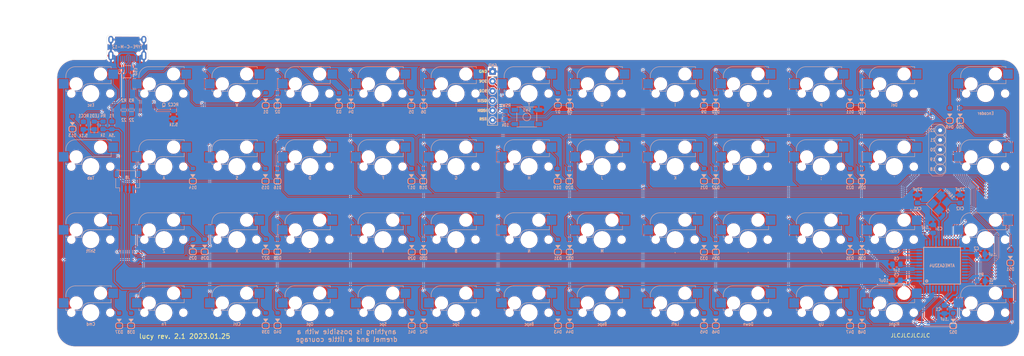
<source format=kicad_pcb>
(kicad_pcb (version 20211014) (generator pcbnew)
  (layers (0 "F.Cu" signal) (31 "B.Cu" signal) (34 "B.Paste" user) (35 "F.Paste" user) (36 "B.SilkS" user "B.Silkscreen") (37 "F.SilkS" user "F.Silkscreen") (38 "B.Mask" user) (39 "F.Mask" user) (44 "Edge.Cuts" user))
  (net 0 "")
  (net 1 "Net-(D1-Pad2)")
  (net 2 "Net-(D2-Pad2)")
  (net 3 "Net-(D3-Pad2)")
  (net 4 "Net-(D4-Pad2)")
  (net 5 "Net-(D5-Pad2)")
  (net 6 "Net-(D6-Pad2)")
  (net 7 "Net-(D7-Pad2)")
  (net 8 "Net-(D8-Pad2)")
  (net 9 "Net-(D9-Pad2)")
  (net 10 "Net-(D10-Pad2)")
  (net 11 "Net-(D11-Pad2)")
  (net 12 "Net-(D12-Pad2)")
  (net 13 "Net-(D13-Pad2)")
  (net 14 "Net-(D14-Pad2)")
  (net 15 "Net-(D15-Pad2)")
  (net 16 "Net-(D16-Pad2)")
  (net 17 "Net-(D17-Pad2)")
  (net 18 "Net-(D18-Pad2)")
  (net 19 "Net-(D19-Pad2)")
  (net 20 "Net-(D20-Pad2)")
  (net 21 "Net-(D21-Pad2)")
  (net 22 "Net-(D22-Pad2)")
  (net 23 "Net-(D23-Pad2)")
  (net 24 "Net-(D24-Pad2)")
  (net 25 "Net-(D25-Pad2)")
  (net 26 "Net-(D26-Pad2)")
  (net 27 "Net-(D27-Pad2)")
  (net 28 "Net-(D28-Pad2)")
  (net 29 "Net-(D29-Pad2)")
  (net 30 "Net-(D30-Pad2)")
  (net 31 "Net-(D31-Pad2)")
  (net 32 "Net-(D32-Pad2)")
  (net 33 "Net-(D33-Pad2)")
  (net 34 "Net-(D34-Pad2)")
  (net 35 "Net-(D35-Pad2)")
  (net 36 "Net-(D36-Pad2)")
  (net 37 "Net-(D37-Pad2)")
  (net 38 "Net-(D38-Pad2)")
  (net 39 "Net-(D39-Pad2)")
  (net 40 "Net-(D40-Pad2)")
  (net 41 "Net-(D41-Pad2)")
  (net 42 "Net-(D42-Pad2)")
  (net 43 "Net-(D43-Pad2)")
  (net 44 "Net-(D44-Pad2)")
  (net 45 "Net-(D45-Pad2)")
  (net 46 "Net-(D46-Pad2)")
  (net 47 "Net-(D47-Pad2)")
  (net 48 "Net-(D48-Pad2)")
  (net 49 "VCC")
  (net 50 "Net-(C6-Pad1)")
  (net 51 "XTAL1")
  (net 52 "XTAL2")
  (net 53 "row0")
  (net 54 "row1")
  (net 55 "row2")
  (net 56 "row3")
  (net 57 "D-")
  (net 58 "D+")
  (net 59 "col0")
  (net 60 "col1")
  (net 61 "col2")
  (net 62 "col3")
  (net 63 "col4")
  (net 64 "col5")
  (net 65 "col6")
  (net 66 "col7")
  (net 67 "col8")
  (net 68 "col9")
  (net 69 "col10")
  (net 70 "col11")
  (net 71 "Net-(R1-Pad2)")
  (net 72 "VBUS")
  (net 73 "Net-(J1-PadB5)")
  (net 74 "Net-(J1-PadA5)")
  (net 75 "ISP_Reset")
  (net 76 "Net-(D52-Pad2)")
  (net 77 "col12")
  (net 78 "GND")
  (net 79 "Net-(LED1-Pad2)")
  (net 80 "DBUS-")
  (net 81 "DBUS+")
  (net 84 "Net-(D49-Pad2)")
  (net 85 "Net-(D50-Pad2)")
  (net 86 "Net-(D51-Pad2)")
  (net 91 "Net-(J3-Pad1)")
  (net 92 "Net-(J4-Pad1)")
  (net 93 "Net-(J5-Pad1)")
  (net 94 "Net-(J6-Pad1)")
  (net 95 "Net-(J7-Pad1)")
  (footprint "MX_Only:MXOnly-1U-Hotswap" (layer "F.Cu") (at 124.990225 53.19395)
    (fp_text reference "K3")
    (fp_text value "KEYSW")
  )
  (footprint "MX_Only:MXOnly-1U-Hotswap" (layer "F.Cu") (at 201.190225 53.19395)
    (fp_text reference "K7")
    (fp_text value "KEYSW")
  )
  (footprint "MX_Only:MXOnly-1U-Hotswap" (layer "F.Cu") (at 182.140225 53.19395)
    (fp_text reference "K6")
    (fp_text value "KEYSW")
  )
  (footprint "MX_Only:MXOnly-1U-Hotswap" (layer "F.Cu") (at 163.090225 53.19395)
    (fp_text reference "K5")
    (fp_text value "KEYSW")
  )
  (footprint "MX_Only:MXOnly-1U-Hotswap" (layer "F.Cu") (at 86.890225 53.19395)
    (fp_text reference "K1")
    (fp_text value "KEYSW")
  )
  (footprint "MX_Only:MXOnly-1U-Hotswap" (layer "F.Cu") (at 220.240225 53.19395)
    (fp_text reference "K8")
    (fp_text value "KEYSW")
  )
  (footprint "MX_Only:MXOnly-1U-Hotswap" (layer "F.Cu") (at 239.290225 53.19395)
    (fp_text reference "K9")
    (fp_text value "KEYSW")
  )
  (footprint "MX_Only:MXOnly-1U-Hotswap" (layer "F.Cu") (at 86.890225 72.24395)
    (fp_text reference "K13")
    (fp_text value "KEYSW")
  )
  (footprint "MX_Only:MXOnly-1U-Hotswap" (layer "F.Cu") (at 105.940225 72.24395)
    (fp_text reference "K14")
    (fp_text value "KEYSW")
  )
  (footprint "MX_Only:MXOnly-1U-Hotswap" (layer "F.Cu") (at 144.045399 72.24395)
    (fp_text reference "K16")
    (fp_text value "KEYSW")
  )
  (footprint "MX_Only:MXOnly-1U-Hotswap" (layer "F.Cu") (at 277.390225 53.19395)
    (fp_text reference locked "K11")
    (fp_text value "KEYSW")
  )
  (footprint "MX_Only:MXOnly-1U-Hotswap" (layer "F.Cu") (at 163.090225 72.24395)
    (fp_text reference "K17")
    (fp_text value "KEYSW")
  )
  (footprint "MX_Only:MXOnly-1U-Hotswap" (layer "F.Cu") (at 182.140225 72.24395)
    (fp_text reference "K18")
    (fp_text value "KEYSW")
  )
  (footprint "MX_Only:MXOnly-1U-Hotswap" (layer "F.Cu") (at 201.190225 72.24395)
    (fp_text reference "K19")
    (fp_text value "KEYSW")
  )
  (footprint "MX_Only:MXOnly-1U-Hotswap" (layer "F.Cu") (at 105.940225 110.34395)
    (fp_text reference "K38")
    (fp_text value "KEYSW")
  )
  (footprint "MX_Only:MXOnly-1U-Hotswap" (layer "F.Cu") (at 124.990225 110.34395)
    (fp_text reference "K39")
    (fp_text value "KEYSW")
  )
  (footprint "MX_Only:MXOnly-1U-Hotswap" (layer "F.Cu") (at 144.040225 110.34395)
    (fp_text reference locked "K40")
    (fp_text value "KEYSW")
  )
  (footprint "MX_Only:MXOnly-1U-Hotswap" (layer "F.Cu") (at 163.090225 110.34395)
    (fp_text reference locked "K41")
    (fp_text value "KEYSW")
  )
  (footprint "MX_Only:MXOnly-1U-Hotswap" (layer "F.Cu") (at 182.140225 110.34395)
    (fp_text reference "K42")
    (fp_text value "KEYSW")
  )
  (footprint "MX_Only:MXOnly-1U-Hotswap" (layer "F.Cu") (at 220.240225 110.34395)
    (fp_text reference "K44")
    (fp_text value "KEYSW")
  )
  (footprint "MX_Only:MXOnly-1U-Hotswap" (layer "F.Cu") (at 239.290225 110.34395)
    (fp_text reference "K45")
    (fp_text value "KEYSW")
  )
  (footprint "MX_Only:MXOnly-1U-Hotswap" (layer "F.Cu") (at 258.340225 110.34395)
    (fp_text reference "K46")
    (fp_text value "KEYSW")
  )
  (footprint "MX_Only:MXOnly-1U-Hotswap" (layer "F.Cu") (at 277.390225 110.34395)
    (fp_text reference "K47")
    (fp_text value "KEYSW")
  )
  (footprint "MX_Only:MXOnly-1U-Hotswap" (layer "F.Cu") (at 201.190225 110.34395)
    (fp_text reference "K43")
    (fp_text value "KEYSW")
  )
  (footprint "MX_Only:MXOnly-1U-Hotswap" (layer "F.Cu") (at 277.390225 91.29395)
    (fp_text reference locked "K35")
    (fp_text value "KEYSW")
  )
  (footprint "MX_Only:MXOnly-1U-Hotswap" (layer "F.Cu") (at 258.340225 91.29395)
    (fp_text reference "K34")
    (fp_text value "KEYSW")
  )
  (footprint "MX_Only:MXOnly-1U-Hotswap" (layer "F.Cu") (at 220.240225 91.29395)
    (fp_text reference "K32")
    (fp_text value "KEYSW")
  )
  (footprint "MX_Only:MXOnly-1U-Hotswap" (layer "F.Cu") (at 182.140225 91.29395)
    (fp_text reference "K30")
    (fp_text value "KEYSW")
  )
  (footprint "MX_Only:MXOnly-1U-Hotswap" (layer "F.Cu") (at 144.040225 91.29395)
    (fp_text reference "K28")
    (fp_text value "KEYSW")
  )
  (footprint "MX_Only:MXOnly-1U-Hotswap" (layer "F.Cu") (at 86.890225 91.29395)
    (fp_text reference "K25")
    (fp_text value "KEYSW")
  )
  (footprint "MX_Only:MXOnly-1U-Hotswap" (layer "F.Cu") (at 163.090225 91.29395)
    (fp_text reference "K29")
    (fp_text value "KEYSW")
  )
  (footprint "MX_Only:MXOnly-1U-Hotswap" (layer "F.Cu") (at 296.440225 72.24395)
    (fp_text reference "K24")
    (fp_text value "KEYSW")
  )
  (footprint "MX_Only:MXOnly-1U-Hotswap" (layer "F.Cu") (at 124.990225 91.29395)
    (fp_text reference "K27")
    (fp_text value "KEYSW")
  )
  (footprint "MX_Only:MXOnly-1U-Hotswap" (layer "F.Cu") (at 105.940225 91.29395)
    (fp_text reference "K26")
    (fp_text value "KEYSW")
  )
  (footprint "MX_Only:MXOnly-1U-Hotswap" (layer "F.Cu") (at 258.340225 72.24395)
    (fp_text reference locked "K22")
    (fp_text value "KEYSW")
  )
  (footprint "MX_Only:MXOnly-1U-Hotswap" (layer "F.Cu") (at 239.290225 72.24395)
    (fp_text reference "K21")
    (fp_text value "KEYSW")
  )
  (footprint "MX_Only:MXOnly-1U-Hotswap" (layer "F.Cu") (at 277.390225 72.24395)
    (fp_text reference "K23")
    (fp_text value "KEYSW")
  )
  (footprint "MX_Only:MXOnly-1U-Hotswap" (layer "F.Cu") (at 296.440225 110.34395)
    (fp_text reference "K48")
    (fp_text value "KEYSW")
  )
  (footprint "MX_Only:MXOnly-1U-Hotswap" (layer "F.Cu") (at 296.440225 91.29395)
    (fp_text reference "K36")
    (fp_text value "KEYSW")
  )
  (footprint "MX_Only:MXOnly-1U-Hotswap" (layer "F.Cu") (at 296.440225 53.19395)
    (fp_text reference "K12")
    (fp_text value "KEYSW")
  )
  (footprint "MX_Only:MXOnly-1U-Hotswap" (layer "F.Cu") (at 105.940225 53.19395)
    (fp_text reference "K2")
    (fp_text value "KEYSW")
  )
  (footprint "MX_Only:MXOnly-1U-Hotswap" (layer "F.Cu") (at 144.040225 53.19395)
    (fp_text reference "K4")
    (fp_text value "KEYSW")
  )
  (footprint "MX_Only:MXOnly-1U-Hotswap" (layer "F.Cu") (at 320.252785 110.34423)
    (fp_text reference "K52")
    (fp_text value "KEYSW")
  )
  (footprint "MX_Only:MXOnly-1U-Hotswap" (layer "F.Cu") (at 320.252785 72.24407)
    (fp_text reference "K50")
    (fp_text value "KEYSW")
  )
  (footprint "MX_Only:MXOnly-1U-Hotswap" (layer "F.Cu") (at 320.252785 91.29415)
    (fp_text reference "K51")
    (fp_text value "KEYSW")
  )
  (footprint "MX_Only:MXOnly-1U-Hotswap" (layer "F.Cu") (at 201.190225 91.29395)
    (fp_text reference "K31")
    (fp_text value "KEYSW")
  )
  (footprint "MX_Only:MXOnly-1U-Hotswap" (layer "F.Cu") (at 239.290225 91.29395)
    (fp_text reference "K33")
    (fp_text value "KEYSW")
  )
  (footprint "MX_Only:MXOnly-1U-Hotswap" (layer "F.Cu") (at 86.890225 110.34395)
    (fp_text reference "K37")
    (fp_text value "KEYSW")
  )
  (footprint "MX_Only:MXOnly-1U-Hotswap" (layer "F.Cu") (at 258.340225 53.19395)
    (fp_text reference "K10")
    (fp_text value "KEYSW")
  )
  (footprint "MX_Only:MXOnly-1U-Hotswap" (layer "F.Cu") (at 124.990225 72.24395)
    (fp_text reference "K15")
    (fp_text value "KEYSW")
  )
  (footprint "MX_Only:MXOnly-1U-Hotswap" (layer "F.Cu") (at 220.240225 72.24395)
    (fp_text reference "K20")
    (fp_text value "KEYSW")
  )
  (footprint "MX_Only:MXOnly-1U-Hotswap" (layer "F.Cu") (at 320.252725 53.19395)
    (fp_text reference "K49")
    (fp_text value "KEYSW")
  )
  (footprint "Capacitor_SMD:C_0805_2012Metric_Pad1.18x1.45mm_HandSolder" (layer "B.Cu") (at 309.490225 109.49395 -90)
    (fp_text reference "C1")
    (fp_text value ".1uF")
  )
  (footprint "Keeb_footprints:D_SOD-123_modified" (layer "B.Cu") (at 116.590225 92.79395 90)
    (fp_text reference "D26")
    (fp_text value "D")
  )
  (footprint "Keeb_footprints:D_SOD-123_modified" (layer "B.Cu") (at 208.590225 74.39395 90)
    (fp_text reference "D19")
    (fp_text value "D")
  )
  (footprint "Keeb_footprints:D_SOD-123_modified" (layer "B.Cu") (at 170.490225 74.39395 90)
    (fp_text reference "D17")
    (fp_text value "D")
  )
  (footprint "Keeb_footprints:D_SOD-123_modified" (layer "B.Cu") (at 135.581415 74.39395 90)
    (fp_text reference "D16")
    (fp_text value "D")
  )
  (footprint "Keeb_footprints:D_SOD-123_modified" (layer "B.Cu") (at 113.490225 74.39395 90)
    (fp_text reference "D14")
    (fp_text value "D")
  )
  (footprint "Keeb_footprints:D_SOD-123_modified" (layer "B.Cu") (at 284.890625 54.65625 90)
    (fp_text reference "D11")
    (fp_text value "D")
  )
  (footprint "Keeb_footprints:D_SOD-123_modified" (layer "B.Cu") (at 249.881415 54.65625 90)
    (fp_text reference "D10")
    (fp_text value "D")
  )
  (footprint "Keeb_footprints:D_SOD-123_modified" (layer "B.Cu") (at 211.781415 54.65625 90)
    (fp_text reference "D8")
    (fp_text value "D")
  )
  (footprint "Keeb_footprints:D_SOD-123_modified" (layer "B.Cu") (at 208.681415 54.65625 90)
    (fp_text reference "D7")
    (fp_text value "D")
  )
  (footprint "Keeb_footprints:D_SOD-123_modified" (layer "B.Cu") (at 173.651789 54.683377 90)
    (fp_text reference "D6")
    (fp_text value "D")
  )
  (footprint "Keeb_footprints:D_SOD-123_modified" (layer "B.Cu") (at 170.476789 54.683377 90)
    (fp_text reference "D5")
    (fp_text value "D")
  )
  (footprint "Keeb_footprints:D_SOD-123_modified" (layer "B.Cu") (at 154.751789 54.65625 90)
    (fp_text reference "D4")
    (fp_text value "D")
  )
  (footprint "Keeb_footprints:D_SOD-123_modified" (layer "B.Cu") (at 287.990625 112.1 90)
    (fp_text reference "D48")
    (fp_text value "D")
  )
  (footprint "Keeb_footprints:D_SOD-123_modified" (layer "B.Cu") (at 284.890625 112.1 90)
    (fp_text reference "D47")
    (fp_text value "D")
  )
  (footprint "Keeb_footprints:D_SOD-123_modified" (layer "B.Cu") (at 249.890625 112.063123 90)
    (fp_text reference "D46")
    (fp_text value "D")
  )
  (footprint "Keeb_footprints:D_SOD-123_modified" (layer "B.Cu") (at 246.790625 112.05625 90)
    (fp_text reference "D45")
    (fp_text value "D")
  )
  (footprint "Keeb_footprints:D_SOD-123_modified" (layer "B.Cu") (at 211.783999 112.05625 90)
    (fp_text reference "D44")
    (fp_text value "D")
  )
  (footprint "Keeb_footprints:D_SOD-123_modified" (layer "B.Cu") (at 208.7 112.05625 90)
    (fp_text reference "D43")
    (fp_text value "D")
  )
  (footprint "Keeb_footprints:D_SOD-123_modified" (layer "B.Cu") (at 211.790625 92.85625 90)
    (fp_text reference "D32")
    (fp_text value "D")
  )
  (footprint "Keeb_footprints:D_SOD-123_modified" (layer "B.Cu") (at 284.890625 74.39395 90)
    (fp_text reference "D23")
    (fp_text value "D")
  )
  (footprint "Keeb_footprints:D_SOD-123_modified" (layer "B.Cu") (at 208.690625 92.85625 90)
    (fp_text reference "D31")
    (fp_text value "D")
  )
  (footprint "Keeb_footprints:D_SOD-123_modified" (layer "B.Cu") (at 170.585999 92.85625 90)
    (fp_text reference "D29")
    (fp_text value "D")
  )
  (footprint "Keeb_footprints:D_SOD-123_modified" (layer "B.Cu") (at 132.490225 92.79395 90)
    (fp_text reference "D27")
    (fp_text value "D")
  )
  (footprint "Keeb_footprints:D_SOD-123_modified" (layer "B.Cu") (at 287.990625 74.39395 90)
    (fp_text reference "D24")
    (fp_text value "D")
  )
  (footprint "Keeb_footprints:D_SOD-123_modified" (layer "B.Cu") (at 284.890625 92.85625 90)
    (fp_text reference "D35")
    (fp_text value "D")
  )
  (footprint "Keeb_footprints:D_SOD-123_modified" (layer "B.Cu") (at 249.890625 92.85625 90)
    (fp_text reference "D34")
    (fp_text value "D")
  )
  (footprint "Keeb_footprints:D_SOD-123_modified" (layer "B.Cu") (at 246.790625 92.85625 90)
    (fp_text reference "D33")
    (fp_text value "D")
  )
  (footprint "Keeb_footprints:D_SOD-123_modified" (layer "B.Cu") (at 173.690625 112.05625 90)
    (fp_text reference "D42")
    (fp_text value "D")
  )
  (footprint "Keeb_footprints:D_SOD-123_modified" (layer "B.Cu") (at 151.576789 54.65625 90)
    (fp_text reference "D3")
    (fp_text value "D")
  )
  (footprint "Keeb_footprints:D_SOD-123_modified" (layer "B.Cu") (at 211.690225 74.39395 90)
    (fp_text reference "D20")
    (fp_text value "D")
  )
  (footprint "Keeb_footprints:ICSP-Header_small_pins" (layer "B.Cu") (at 191.665313 47.44395 180)
    (fp_text reference "J2" hide)
    (fp_text value "AVR-ISP-6_mod")
  )
  (footprint "Keeb_footprints:D_SOD-123_modified" (layer "B.Cu") (at 287.990625 54.65625 90)
    (fp_text reference "D12")
    (fp_text value "D")
  )
  (footprint "Keeb_footprints:D_SOD-123_modified" (layer "B.Cu") (at 311.790625 112.1 90)
    (fp_text reference "D52")
    (fp_text value "D")
  )
  (footprint "Keeb_footprints:D_SOD-123_modified" (layer "B.Cu") (at 313.590225 58.59395 90)
    (fp_text reference "D50")
    (fp_text value "D")
  )
  (footprint "Keeb_footprints:D_SOD-123_modified" (layer "B.Cu") (at 326.690225 95.69395 90)
    (fp_text reference "D51")
    (fp_text value "D")
  )
  (footprint "random-keyboard-parts:SKQG-1155865" (layer "B.Cu") (at 200.590225 59.29395)
    (fp_text reference "SW1")
    (fp_text value "SW_PUSH")
  )
  (footprint "Keebio-Parts:ATMEGA32U4-AU" (layer "B.Cu") (at 308.890225 98.09395)
    (fp_text reference "U1")
    (fp_text value "ATMEGA32U4")
  )
  (footprint "Capacitor_SMD:C_0805_2012Metric_Pad1.18x1.45mm_HandSolder" (layer "B.Cu") (at 306.590225 88.49395 90)
    (fp_text reference "C3")
    (fp_text value ".1uF")
  )
  (footprint "Capacitor_SMD:C_0805_2012Metric_Pad1.18x1.45mm_HandSolder" (layer "B.Cu") (at 313.590225 80.69395 90)
    (fp_text reference "CX2")
    (fp_text value "22pF")
  )
  (footprint "Capacitor_SMD:C_0805_2012Metric_Pad1.18x1.45mm_HandSolder" (layer "B.Cu") (at 302.490225 80.69395 90)
    (fp_text reference "CX1")
    (fp_text value "22pF")
  )
  (footprint "Crystal:Crystal_SMD_3225-4Pin_3.2x2.5mm_HandSoldering" (layer "B.Cu") (at 308.290225 81.69395 45)
    (fp_text reference "Y1")
    (fp_text value "16MHz")
  )
  (footprint "Fuse:Fuse_0805_2012Metric_Pad1.15x1.40mm_HandSolder" (layer "B.Cu") (at 92.390225 61.49395 90)
    (fp_text reference "F1")
    (fp_text value ".5A")
  )
  (footprint "Keeb_footprints:TYPE-C-31-M-12" (layer "B.Cu") (at 96.415217 44.81645)
    (fp_text reference "J1")
    (fp_text value "TYPE-C-31-M12_13")
  )
  (footprint "Keeb_footprints:R_0805_2012Metric_Pad1.20x1.40mm_HandSolder" (layer "B.Cu") (at 97.490625 57.49395 90)
    (fp_text reference "R3")
    (fp_text value "22")
  )
  (footprint "Keeb_footprints:R_0805_2012Metric_Pad1.20x1.40mm_HandSolder" (layer "B.Cu") (at 84.940225 61.54395 90)
    (fp_text reference "RCC1")
    (fp_text value "5.1k")
  )
  (footprint "Keeb_footprints:R_0805_2012Metric_Pad1.20x1.40mm_HandSolder" (layer "B.Cu") (at 90.090225 61.49395 -90)
    (fp_text reference "R4")
    (fp_text value "1k")
  )
  (footprint "LED_SMD:LED_0805_2012Metric_Pad1.15x1.40mm_HandSolder" (layer "B.Cu") (at 87.790225 61.49395 90)
    (fp_text reference "LED1")
    (fp_text value "LED")
  )
  (footprint "Keeb_footprints:D_SOD-123_modified" (layer "B.Cu") (at 135.590625 112.05625 90)
    (fp_text reference "D40")
    (fp_text value "D")
  )
  (footprint "Keeb_footprints:D_SOD-123_modified" (layer "B.Cu") (at 132.490625 112.063123 90)
    (fp_text reference "D39")
    (fp_text value "D")
  )
  (footprint "Capacitor_SMD:C_0805_2012Metric_Pad1.18x1.45mm_HandSolder" (layer "B.Cu") (at 318.990225 95.09395)
    (fp_text reference "C2")
    (fp_text value ".1uF")
  )
  (footprint "Keeb_footprints:R_0805_2012Metric_Pad1.20x1.40mm_HandSolder" (layer "B.Cu") (at 95.490625 57.49395 90)
    (fp_text reference "R2")
    (fp_text value "22")
  )
  (footprint "Capacitor_SMD:C_0805_2012Metric_Pad1.18x1.45mm_HandSolder" (layer "B.Cu") (at 296.990225 101.89395 180)
    (fp_text reference "C5")
    (fp_text value "10uF")
  )
  (footprint "Capacitor_SMD:C_0805_2012Metric_Pad1.18x1.45mm_HandSolder" (layer "B.Cu") (at 296.990225 97.69395 180)
    (fp_text reference "C6")
    (fp_text value "1uF")
  )
  (footprint "Keeb_footprints:R_0805_2012Metric_Pad1.20x1.40mm_HandSolder" (layer "B.Cu") (at 319.090225 102.09395 180)
    (fp_text reference "R1")
    (fp_text value "10k")
  )
  (footprint "Keeb_footprints:D_SOD-123_modified" (layer "B.Cu") (at 82.090225 60.79395 90)
    (fp_text reference "D13")
    (fp_text value "D")
  )
  (footprint "Keeb_footprints:D_SOD-123_modified" (layer "B.Cu") (at 94.290225 112.09395 90)
    (fp_text reference "D37")
    (fp_text value "D")
  )
  (footprint "Keeb_footprints:D_SOD-123_modified" (layer "B.Cu") (at 97.390225 112.09395 90)
    (fp_text reference "D38")
    (fp_text value "D")
  )
  (footprint "Keeb_footprints:D_SOD-123_modified" (layer "B.Cu") (at 170.590625 112.05625 90)
    (fp_text reference "D41")
    (fp_text value "D")
  )
  (footprint "Keeb_footprints:D_SOD-123_modified" (layer "B.Cu") (at 135.590225 92.79395 90)
    (fp_text reference "D28")
    (fp_text value "D")
  )
  (footprint "Keeb_footprints:D_SOD-123_modified" (layer "B.Cu") (at 173.65 92.85625 90)
    (fp_text reference "D30")
    (fp_text value "D")
  )
  (footprint "Keeb_footprints:D_SOD-123_modified" (layer "B.Cu") (at 287.990625 92.85625 90)
    (fp_text reference "D36")
    (fp_text value "D")
  )
  (footprint "Keeb_footprints:D_SOD-123_modified" (layer "B.Cu") (at 113.490225 92.79395 90)
    (fp_text reference "D25")
    (fp_text value "D")
  )
  (footprint "Keeb_footprints:D_SOD-123_modified" (layer "B.Cu") (at 135.581415 54.65625 90)
    (fp_text reference "D2")
    (fp_text value "D")
  )
  (footprint "Keeb_footprints:D_SOD-123_modified" (layer "B.Cu") (at 310.890225 58.59395 90)
    (fp_text reference "D49")
    (fp_text value "D")
  )
  (footprint "Keeb_footprints:D_SOD-123_modified" (layer "B.Cu") (at 246.781415 54.65625 90)
    (fp_text reference "D9")
    (fp_text value "D")
  )
  (footprint "Keeb_footprints:D_SOD-123_modified" (layer "B.Cu") (at 132.490625 54.64995 90)
    (fp_text reference "D1")
    (fp_text value "D")
  )
  (footprint "Keeb_footprints:R_0805_2012Metric_Pad1.20x1.40mm_HandSolder" (layer "B.Cu") (at 194.990225 58.79395 90)
    (fp_text reference "RSW1")
    (fp_text value "10k")
  )
  (footprint "Keeb_footprints:D_SOD-123_modified" (layer "B.Cu") (at 249.881415 74.39395 90)
    (fp_text reference "D22")
    (fp_text value "D")
  )
  (footprint "Keeb_footprints:D_SOD-123_modified" (layer "B.Cu") (at 246.781415 74.39395 90)
    (fp_text reference "D21")
    (fp_text value "D")
  )
  (footprint "Keeb_footprints:D_SOD-123_modified" (layer "B.Cu") (at 173.590225 74.39395 90)
    (fp_text reference "D18")
    (fp_text value "D")
  )
  (footprint "Keeb_footprints:D_SOD-123_modified" (layer "B.Cu") (at 132.431415 74.39395 90)
    (fp_text reference "D15")
    (fp_text value "D")
  )
  (footprint "Keeb_footprints:R_0805_2012Metric_Pad1.20x1.40mm_HandSolder" (layer "B.Cu") (at 108.465225 58.66895 90)
    (fp_text reference "RCC2")
    (fp_text value "5.1k")
  )
  (footprint "Keebio-Parts:SOT-143B" (layer "B.Cu") (at 96.490625 47.49395 -90)
    (fp_text reference "U2")
    (fp_text value "PRTR5V0U2X" hide)
  )
  (footprint "TestPoint:TestPoint_Keystone_5000-5004_Miniature" (layer "B.Cu") (at 308.390225 67.84395 180)
    (fp_text reference "J5")
    (fp_text value "Conn_01x01")
  )
  (footprint "TestPoint:TestPoint_Keystone_5000-5004_Miniature" (layer "B.Cu") (at 308.390225 70.38395 180)
    (fp_text reference "J4")
    (fp_text value "Conn_01x01")
  )
  (footprint "TestPoint:TestPoint_Keystone_5000-5004_Miniature" (layer "B.Cu") (at 308.390225 72.92395 180)
    (fp_text reference "J3")
    (fp_text value "Conn_01x01")
  )
  (footprint "TestPoint:TestPoint_Keystone_5000-5004_Miniature" (layer "B.Cu") (at 308.390225 65.30395 180)
    (fp_text reference "J6")
    (fp_text value "Conn_01x01")
  )
  (footprint "TestPoint:TestPoint_Keystone_5000-5004_Miniature" (layer "B.Cu") (at 308.390225 62.76395 180)
    (fp_text reference "J7")
    (fp_text value "Conn_01x01")
  )
  (footprint "Connector_JST:JST_SH_SM04B-SRSS-TB_1x04-1MP_P1.00mm_Horizontal" (layer "B.Cu") (at 96.490225 75.99395)
    (fp_text reference "J8")
    (fp_text value "4PIN")
  )
  (gr_line (start 305.390225 73.69395) (end 306.390225 74.69395) (layer "B.SilkS") (width 0.1))
  (gr_line (start 309.890225 62.19395) (end 308.890225 61.19395) (layer "B.SilkS") (width 0.1))
  (gr_line (start 306.390225 74.69395) (end 308.890225 74.69395) (layer "B.SilkS") (width 0.1))
  (gr_line (start 305.390225 62.19395) (end 305.390225 73.69395) (layer "B.SilkS") (width 0.1))
  (gr_line (start 309.890225 73.69395) (end 309.890225 62.19395) (layer "B.SilkS") (width 0.1))
  (gr_line (start 305.390225 62.19395) (end 306.390225 61.19395) (layer "B.SilkS") (width 0.1))
  (gr_line (start 309.890225 73.69395) (end 308.890225 74.69395) (layer "B.SilkS") (width 0.1))
  (gr_line (start 308.890225 61.19395) (end 306.390225 61.19395) (layer "B.SilkS") (width 0.1))
  (gr_line (start 91.057416 43.668942) (end 91.057416 38.608805) (layer "Edge.Cuts") (width 0.05))
  (gr_arc (start 324.420112 44.264255) (mid 327.787711 45.65916) (end 329.182616 49.026759) (layer "Edge.Cuts") (width 0.05))
  (gr_arc (start 329.182616 114.511189) (mid 327.787711 117.878788) (end 324.420112 119.273693) (layer "Edge.Cuts") (width 0.05))
  (gr_arc (start 77.96053 49.026759) (mid 79.355435 45.65916) (end 82.723034 44.264255) (layer "Edge.Cuts") (width 0.05))
  (gr_line (start 329.182616 49.026759) (end 329.182616 114.511189) (layer "Edge.Cuts") (width 0.05))
  (gr_arc (start 82.723034 119.273693) (mid 79.355435 117.878788) (end 77.96053 114.511189) (layer "Edge.Cuts") (width 0.05))
  (gr_line (start 82.723034 119.273693) (end 324.420112 119.273693) (layer "Edge.Cuts") (width 0.05))
  (gr_arc (start 102.368363 44.26427) (mid 101.947414 44.089907) (end 101.773051 43.668958) (layer "Edge.Cuts") (width 0.05))
  (gr_line (start 324.420112 44.264255) (end 102.368363 44.26427) (layer "Edge.Cuts") (width 0.05))
  (gr_line (start 91.652729 38.013494) (end 101.177738 38.013494) (layer "Edge.Cuts") (width 0.05))
  (gr_line (start 77.96053 114.511189) (end 77.96053 49.026759) (layer "Edge.Cuts") (width 0.05))
  (gr_line (start 101.77305 38.608806) (end 101.77305 43.668958) (layer "Edge.Cuts") (width 0.05))
  (gr_arc (start 101.177738 38.013494) (mid 101.598687 38.187857) (end 101.77305 38.608806) (layer "Edge.Cuts") (width 0.05))
  (gr_arc (start 91.057416 38.608806) (mid 91.231779 38.187857) (end 91.652728 38.013494) (layer "Edge.Cuts") (width 0.05))
  (gr_arc (start 91.057416 43.668943) (mid 90.883053 44.089892) (end 90.462104 44.264255) (layer "Edge.Cuts") (width 0.05))
  (gr_line (start 82.723034 44.264255) (end 90.462104 44.264255) (layer "Edge.Cuts") (width 0.05))
  (gr_text "16MHz" (at 310.740225 79.24395 315) (layer "B.SilkS") (effects (font (size 0.8 0.7)) (justify mirror)))
  (gr_text "Encoder" (at 320.27947 58.34087) (layer "B.SilkS") (effects (font (size 0.8 0.7)) (justify mirror)))
  (gr_text "B" (at 182.140313 94.270555) (layer "B.SilkS") (effects (font (size 0.8 0.7)) (justify mirror)))
  (gr_text "M" (at 220.240345 94.270555) (layer "B.SilkS") (effects (font (size 0.8 0.7)) (justify mirror)))
  (gr_text "R" (at 163.090297 56.170523) (layer "B.SilkS") (effects (font (size 0.8 0.7)) (justify mirror)))
  (gr_text "V" (at 163.090297 94.270555) (layer "B.SilkS") (effects (font (size 0.8 0.7)) (justify mirror)))
  (gr_text "anything is possible with a\ndremel and a little courage" (at 153.590225 116.29395) (layer "B.SilkS") (effects (font (size 1.25 1.25) (thickness 0.2)) (justify mirror)))
  (gr_text "F" (at 163.090297 75.220539) (layer "B.SilkS") (effects (font (size 0.8 0.7)) (justify mirror)))
  (gr_text "N" (at 201.190329 94.270555) (layer "B.SilkS") (effects (font (size 0.8 0.7)) (justify mirror)))
  (gr_text "D" (at 144.040281 75.220539) (layer "B.SilkS") (effects (font (size 0.8 0.7)) (justify mirror)))
  (gr_text "O" (at 258.340377 56.170523) (layer "B.SilkS") (effects (font (size 0.8 0.7)) (justify mirror)))
  (gr_text "Shift" (at 86.890233 94.270555) (layer "B.SilkS") (effects (font (size 0.8 0.7)) (justify mirror)))
  (gr_text "Down" (at 258.340377 113.320571) (layer "B.SilkS") (effects (font (size 0.8 0.7)) (justify mirror)))
  (gr_text "J" (at 220.240345 75.220539) (layer "B.SilkS") (effects (font (size 0.8 0.7)) (justify mirror)))
  (gr_text "Right" (at 296.440409 113.320571) (layer "B.SilkS") (effects (font (size 0.8 0.7)) (justify mirror)))
  (gr_text "I" (at 239.290361 56.170523) (layer "B.SilkS") (effects (font (size 0.8 0.7)) (justify mirror)))
  (gr_text "G" (at 182.140313 75.220539) (layer "B.SilkS") (effects (font (size 0.8 0.7)) (justify mirror)))
  (gr_text ";" (at 277.390393 75.220539) (layer "B.SilkS") (effects (font (size 0.8 0.7)) (justify mirror)))
  (gr_text "E" (at 144.040281 56.170523) (layer "B.SilkS") (effects (font (size 0.8 0.7)) (justify mirror)))
  (gr_text "S" (at 124.990265 75.220539) (layer "B.SilkS") (effects (font (size 0.8 0.7)) (justify mirror)))
  (gr_text "U" (at 220.213553 56.112152) (layer "B.SilkS") (effects (font (size 0.8 0.7)) (justify mirror)))
  (gr_text "." (at 258.340377 94.270555) (layer "B.SilkS") (effects (font (size 0.8 0.7)) (justify mirror)))
  (gr_text "'" (at 296.440409 75.220539) (layer "B.SilkS") (effects (font (size 0.8 0.7)) (justify mirror)))
  (gr_text "Bspc" (at 201.190329 113.320571) (layer "B.SilkS") (effects (font (size 0.8 0.7)) (justify mirror)))
  (gr_text "/" (at 277.390393 94.270555) (layer "B.SilkS") (effects (font (size 0.8 0.7)) (justify mirror)))
  (gr_text "H" (at 201.190329 75.220539) (layer "B.SilkS") (effects (font (size 0.8 0.7)) (justify mirror)))
  (gr_text "Del" (at 296.440409 56.170523) (layer "B.SilkS") (effects (font (size 0.8 0.7)) (justify mirror)))
  (gr_text "A" (at 105.940249 75.220539) (layer "B.SilkS") (effects (font (size 0.8 0.7)) (justify mirror)))
  (gr_text "Cmd" (at 86.890233 113.320571) (layer "B.SilkS") (effects (font (size 0.8 0.7)) (justify mirror)))
  (gr_text "Spc" (at 163.090297 113.320571) (layer "B.SilkS") (effects (font (size 0.8 0.7)) (justify mirror)))
  (gr_text "Spc" (at 182.140313 113.320571) (layer "B.SilkS") (effects (font (size 0.8 0.7)) (justify mirror)))
  (gr_text "C" (at 144.040281 94.270555) (layer "B.SilkS") (effects (font (size 0.8 0.7)) (justify mirror)))
  (gr_text "Z" (at 105.940249 94.270555) (layer "B.SilkS") (effects (font (size 0.8 0.7)) (justify mirror)))
  (gr_text "P" (at 277.390393 56.306269) (layer "B.SilkS") (effects (font (size 0.8 0.7)) (justify mirror)))
  (gr_text "Opt" (at 144.040281 113.320571) (layer "B.SilkS") (effects (font (size 0.8 0.7)) (justify mirror)))
  (gr_text "L" (at 258.340377 75.220539) (layer "B.SilkS") (effects (font (size 0.8 0.7)) (justify mirror)))
  (gr_text "Fn" (at 105.940249 113.320571) (layer "B.SilkS") (effects (font (size 0.8 0.7)) (justify mirror)))
  (gr_text "W" (at 124.990265 56.170523) (layer "B.SilkS") (effects (font (size 0.8 0.7)) (justify mirror)))
  (gr_text "Ctrl" (at 124.990265 113.320571) (layer "B.SilkS") (effects (font (size 0.8 0.7)) (justify mirror)))
  (gr_text "T" (at 182.140313 56.170523) (layer "B.SilkS") (effects (font (size 0.8 0.7)) (justify mirror)))
  (gr_text "," (at 239.290361 94.270555) (layer "B.SilkS") (effects (font (size 0.8 0.7)) (justify mirror)))
  (gr_text "Up" (at 277.390393 113.320571) (layer "B.SilkS") (effects (font (size 0.8 0.7)) (justify mirror)))
  (gr_text "Esc" (at 86.890233 56.170523) (layer "B.SilkS") (effects (font (size 0.8 0.7)) (justify mirror)))
  (gr_text "Bspc" (at 220.240345 113.320571) (layer "B.SilkS") (effects (font (size 0.8 0.7)) (justify mirror)))
  (gr_text "Enter" (at 296.440409 94.270555) (layer "B.SilkS") (effects (font (size 0.8 0.7)) (justify mirror)))
  (gr_text "Q" (at 105.940249 56.170523) (layer "B.SilkS") (effects (font (size 1 1)) (justify mirror)))
  (gr_text "Tab" (at 86.890233 75.220539) (layer "B.SilkS") (effects (font (size 0.8 0.7)) (justify mirror)))
  (gr_text "Left" (at 239.290361 113.320571) (layer "B.SilkS") (effects (font (size 0.8 0.7)) (justify mirror)))
  (gr_text "K" (at 239.290361 75.220539) (layer "B.SilkS") (effects (font (size 0.8 0.7)) (justify mirror)))
  (gr_text "Y" (at 201.190329 55.96895) (layer "B.SilkS") (effects (font (size 1 1)) (justify mirror)))
  (gr_text "X" (at 124.990265 94.270555) (layer "B.SilkS") (effects (font (size 0.8 0.7)) (justify mirror)))
  (gr_text "JLCJLCJLCJLC" (at 300.632625 116.284314) (layer "F.SilkS") (effects (font (size 1 1))))
  (gr_text "lucy rev. 2.1 2023.01.25" (at 111.38288 116.5) (layer "F.SilkS") (effects (font (size 1.25 1.25) (thickness 0.2))))
  (segment (start 92.335725 57.49395) (end 91.735725 56.89395) (width 0.25) (layer "F.Cu") (net 1))
  (segment (start 115.690225 57.49395) (end 92.335725 57.49395) (width 0.25) (layer "F.Cu") (net 1))
  (segment (start 115.911125 57.27305) (end 115.690225 57.49395) (width 0.25) (layer "F.Cu") (net 1))
  (segment (start 115.911125 55.66895) (end 115.911125 57.27305) (width 0.25) (layer "F.Cu") (net 1))
  (via (at 115.911125 55.66895) (size 0.65) (drill 0.35) (layers "F.Cu" "B.Cu") (net 1))
  (via (at 91.735725 56.89395) (size 0.65) (drill 0.35) (layers "F.Cu" "B.Cu") (net 1))
  (segment (start 92.732225 48.11395) (end 92.732225 50.73595) (width 0.25) (layer "B.Cu") (net 1))
  (segment (start 94.090225 54.53945) (end 91.735725 56.89395) (width 0.25) (layer "B.Cu") (net 1))
  (segment (start 129.369327 55.89395) (end 132.263328 52.99995) (width 0.25) (layer "B.Cu") (net 1))
  (segment (start 129.369327 55.89395) (end 117.309763 55.89395) (width 0.25) (layer "B.Cu") (net 1))
  (segment (start 116.136125 55.89395) (end 115.911125 55.66895) (width 0.25) (layer "B.Cu") (net 1))
  (segment (start 92.732225 50.73595) (end 94.090225 52.09395) (width 0.25) (layer "B.Cu") (net 1))
  (segment (start 94.090225 52.09395) (end 94.090225 54.53945) (width 0.25) (layer "B.Cu") (net 1))
  (segment (start 117.309763 55.89395) (end 116.136125 55.89395) (width 0.25) (layer "B.Cu") (net 1))
  (segment (start 132.263328 52.99995) (end 132.490625 52.99995) (width 0.25) (layer "B.Cu") (net 1))
  (segment (start 129.526529 56.27347) (end 131.3 54.5) (width 0.25) (layer "B.Cu") (net 2))
  (segment (start 111.782225 51.18595) (end 113.065225 52.46895) (width 0.25) (layer "B.Cu") (net 2))
  (segment (start 131.3 54.5) (end 134.087665 54.5) (width 0.25) (layer "B.Cu") (net 2))
  (segment (start 134.087665 54.5) (end 135.581415 53.00625) (width 0.25) (layer "B.Cu") (net 2))
  (segment (start 111.782225 48.11395) (end 111.782225 51.18595) (width 0.25) (layer "B.Cu") (net 2))
  (segment (start 114.169745 56.27347) (end 129.526529 56.27347) (width 0.25) (layer "B.Cu") (net 2))
  (segment (start 113.065225 55.16895) (end 114.169745 56.27347) (width 0.25) (layer "B.Cu") (net 2))
  (segment (start 113.065225 52.46895) (end 113.065225 55.16895) (width 0.25) (layer "B.Cu") (net 2))
  (segment (start 140.83577 46.23577) (end 145.4 50.8) (width 0.25) (layer "B.Cu") (net 3))
  (segment (start 130.832225 48.11395) (end 132.710405 46.23577) (width 0.25) (layer "B.Cu") (net 3))
  (segment (start 132.710405 46.23577) (end 140.83577 46.23577) (width 0.25) (layer "B.Cu") (net 3))
  (segment (start 145.4 50.8) (end 149.370539 50.8) (width 0.25) (layer "B.Cu") (net 3))
  (segment (start 149.370539 50.8) (end 151.576789 53.00625) (width 0.25) (layer "B.Cu") (net 3))
  (segment (start 154.751789 52.983514) (end 149.882225 48.11395) (width 0.25) (layer "B.Cu") (net 4))
  (segment (start 154.751789 53.00625) (end 154.751789 52.983514) (width 0.25) (layer "B.Cu") (net 4))
  (segment (start 168.932225 51.488813) (end 168.932225 48.11395) (width 0.25) (layer "B.Cu") (net 5))
  (segment (start 170.476789 53.033377) (end 168.932225 51.488813) (width 0.25) (layer "B.Cu") (net 5))
  (segment (start 172.86423 46.23577) (end 172.3 46.8) (width 0.25) (layer "B.Cu") (net 6))
  (segment (start 186.104045 46.23577) (end 172.86423 46.23577) (width 0.25) (layer "B.Cu") (net 6))
  (segment (start 172.3 46.8) (end 172.3 51.681588) (width 0.25) (layer "B.Cu") (net 6))
  (segment (start 187.982225 48.11395) (end 186.104045 46.23577) (width 0.25) (layer "B.Cu") (net 6))
  (segment (start 172.3 51.681588) (end 173.651789 53.033377) (width 0.25) (layer "B.Cu") (net 6))
  (segment (start 207.032225 48.11395) (end 207.032225 51.35706) (width 0.25) (layer "B.Cu") (net 7))
  (segment (start 207.032225 51.35706) (end 208.681415 53.00625) (width 0.25) (layer "B.Cu") (net 7))
  (segment (start 226.082225 48.11395) (end 224.207704 46.239429) (width 0.25) (layer "B.Cu") (net 8))
  (segment (start 224.207704 46.239429) (end 211.544746 46.239429) (width 0.25) (layer "B.Cu") (net 8))
  (segment (start 211.544746 46.239429) (end 210.8 46.984175) (width 0.25) (layer "B.Cu") (net 8))
  (segment (start 210.8 52.024835) (end 211.781415 53.00625) (width 0.25) (layer "B.Cu") (net 8))
  (segment (start 210.8 46.984175) (end 210.8 52.024835) (width 0.25) (layer "B.Cu") (net 8))
  (segment (start 245.132225 51.35706) (end 246.781415 53.00625) (width 0.25) (layer "B.Cu") (net 9))
  (segment (start 245.132225 48.11395) (end 245.132225 51.35706) (width 0.25) (layer "B.Cu") (net 9))
  (segment (start 248.8 47.203725) (end 248.8 51.924835) (width 0.25) (layer "B.Cu") (net 10))
  (segment (start 248.8 51.924835) (end 249.881415 53.00625) (width 0.25) (layer "B.Cu") (net 10))
  (segment (start 262.307704 46.239429) (end 249.764296 46.239429) (width 0.25) (layer "B.Cu") (net 10))
  (segment (start 249.764296 46.239429) (end 248.8 47.203725) (width 0.25) (layer "B.Cu") (net 10))
  (segment (start 264.182225 48.11395) (end 262.307704 46.239429) (width 0.25) (layer "B.Cu") (net 10))
  (segment (start 284.890625 53.00625) (end 283.232225 51.34785) (width 0.25) (layer "B.Cu") (net 11))
  (segment (start 283.232225 51.34785) (end 283.232225 48.11395) (width 0.25) (layer "B.Cu") (net 11))
  (segment (start 302.282225 48.11395) (end 300.407704 46.239429) (width 0.25) (layer "B.Cu") (net 12))
  (segment (start 286.890625 51.90625) (end 287.990625 53.00625) (width 0.25) (layer "B.Cu") (net 12))
  (segment (start 300.407704 46.239429) (end 287.707446 46.239429) (width 0.25) (layer "B.Cu") (net 12))
  (segment (start 287.707446 46.239429) (end 286.890625 47.05625) (width 0.25) (layer "B.Cu") (net 12))
  (segment (start 286.890625 47.05625) (end 286.890625 51.90625) (width 0.25) (layer "B.Cu") (net 12))
  (segment (start 83.590225 63.54395) (end 83.590225 61.29395) (width 0.25) (layer "B.Cu") (net 13))
  (segment (start 83.590225 61.29395) (end 82.090225 59.79395) (width 0.25) (layer "B.Cu") (net 13))
  (segment (start 82.090225 59.79395) (end 82.090225 59.14395) (width 0.25) (layer "B.Cu") (net 13))
  (segment (start 85.140225 65.09395) (end 83.590225 63.54395) (width 0.25) (layer "B.Cu") (net 13))
  (segment (start 92.732225 67.16395) (end 90.662225 65.09395) (width 0.25) (layer "B.Cu") (net 13))
  (segment (start 90.662225 65.09395) (end 85.140225 65.09395) (width 0.25) (layer "B.Cu") (net 13))
  (segment (start 111.782225 71.03595) (end 113.490225 72.74395) (width 0.25) (layer "B.Cu") (net 14))
  (segment (start 111.782225 67.16395) (end 111.782225 71.03595) (width 0.25) (layer "B.Cu") (net 14))
  (segment (start 130.832225 71.14476) (end 130.832225 67.16395) (width 0.25) (layer "B.Cu") (net 15))
  (segment (start 132.431415 72.74395) (end 130.832225 71.14476) (width 0.25) (layer "B.Cu") (net 15))
  (segment (start 134.890225 65.875197) (end 134.890225 72.05276) (width 0.25) (layer "B.Cu") (net 16))
  (segment (start 134.890225 72.05276) (end 135.581415 72.74395) (width 0.25) (layer "B.Cu") (net 16))
  (segment (start 149.887399 67.16395) (end 147.417399 64.69395) (width 0.25) (layer "B.Cu") (net 16))
  (segment (start 147.417399 64.69395) (end 136.071473 64.69395) (width 0.25) (layer "B.Cu") (net 16))
  (segment (start 136.071473 64.69395) (end 134.890225 65.875197) (width 0.25) (layer "B.Cu") (net 16))
  (segment (start 170.490225 72.74395) (end 168.932225 71.18595) (width 0.25) (layer "B.Cu") (net 17))
  (segment (start 168.932225 71.18595) (end 168.932225 67.16395) (width 0.25) (layer "B.Cu") (net 17))
  (segment (start 185.291745 64.47347) (end 172.547427 64.47347) (width 0.25) (layer "B.Cu") (net 18))
  (segment (start 187.982225 67.16395) (end 185.291745 64.47347) (width 0.25) (layer "B.Cu") (net 18))
  (segment (start 172.069745 71.22347) (end 173.590225 72.74395) (width 0.25) (layer "B.Cu") (net 18))
  (segment (start 172.547427 64.47347) (end 172.069745 64.951152) (width 0.25) (layer "B.Cu") (net 18))
  (segment (start 172.069745 64.951152) (end 172.069745 71.22347) (width 0.25) (layer "B.Cu") (net 18))
  (segment (start 207.032225 68.43595) (end 208.590225 69.99395) (width 0.25) (layer "B.Cu") (net 19))
  (segment (start 207.032225 67.16395) (end 207.032225 68.43595) (width 0.25) (layer "B.Cu") (net 19))
  (segment (start 208.590225 69.99395) (end 208.590225 72.74395) (width 0.25) (layer "B.Cu") (net 19))
  (segment (start 210.469745 65.054718) (end 210.469745 71.52347) (width 0.25) (layer "B.Cu") (net 20))
  (segment (start 211.050993 64.47347) (end 210.469745 65.054718) (width 0.25) (layer "B.Cu") (net 20))
  (segment (start 223.391745 64.47347) (end 211.050993 64.47347) (width 0.25) (layer "B.Cu") (net 20))
  (segment (start 210.469745 71.52347) (end 211.690225 72.74395) (width 0.25) (layer "B.Cu") (net 20))
  (segment (start 226.082225 67.16395) (end 223.391745 64.47347) (width 0.25) (layer "B.Cu") (net 20))
  (segment (start 245.132225 71.09476) (end 245.132225 67.16395) (width 0.25) (layer "B.Cu") (net 21))
  (segment (start 246.781415 72.74395) (end 245.132225 71.09476) (width 0.25) (layer "B.Cu") (net 21))
  (segment (start 249.147427 64.47347) (end 248.469745 65.151152) (width 0.25) (layer "B.Cu") (net 22))
  (segment (start 248.469745 71.33228) (end 249.881415 72.74395) (width 0.25) (layer "B.Cu") (net 22))
  (segment (start 264.182225 67.16395) (end 261.491745 64.47347) (width 0.25) (layer "B.Cu") (net 22))
  (segment (start 248.469745 65.151152) (end 248.469745 71.33228) (width 0.25) (layer "B.Cu") (net 22))
  (segment (start 261.491745 64.47347) (end 249.147427 64.47347) (width 0.25) (layer "B.Cu") (net 22))
  (segment (start 283.232225 71.08555) (end 283.232225 67.16395) (width 0.25) (layer "B.Cu") (net 23))
  (segment (start 284.890625 72.74395) (end 283.232225 71.08555) (width 0.25) (layer "B.Cu") (net 23))
  (segment (start 287.990625 72.74395) (end 287.94395 72.74395) (width 0.25) (layer "B.Cu") (net 24))
  (segment (start 287.363252 64.47347) (end 299.591745 64.47347) (width 0.25) (layer "B.Cu") (net 24))
  (segment (start 287.94395 72.74395) (end 286.57952 71.37952) (width 0.25) (layer "B.Cu") (net 24))
  (segment (start 286.57952 65.257202) (end 287.363252 64.47347) (width 0.25) (layer "B.Cu") (net 24))
  (segment (start 299.591745 64.47347) (end 302.282225 67.16395) (width 0.25) (layer "B.Cu") (net 24))
  (segment (start 286.57952 71.37952) (end 286.57952 65.257202) (width 0.25) (layer "B.Cu") (net 24))
  (segment (start 98.590225 94.49395) (end 93.790225 94.49395) (width 0.25) (layer "F.Cu") (net 25))
  (via (at 98.590225 94.49395) (size 0.65) (drill 0.35) (layers "F.Cu" "B.Cu") (net 25))
  (via (at 93.790225 94.49395) (size 0.65) (drill 0.35) (layers "F.Cu" "B.Cu") (net 25))
  (segment (start 94.535705 88.01743) (end 94.535705 93.74847) (width 0.25) (layer "B.Cu") (net 25))
  (segment (start 113.490225 91.14395) (end 111.610705 93.02347) (width 0.25) (layer "B.Cu") (net 25))
  (segment (start 94.535705 93.74847) (end 93.790225 94.49395) (width 0.25) (layer "B.Cu") (net 25))
  (segment (start 111.610705 93.02347) (end 111.610705 95.02347) (width 0.25) (layer "B.Cu") (net 25))
  (segment (start 101.559778 95.44395) (end 100.609778 94.49395) (width 0.25) (layer "B.Cu") (net 25))
  (segment (start 92.732225 86.21395) (end 94.535705 88.01743) (width 0.25) (layer "B.Cu") (net 25))
  (segment (start 111.190225 95.44395) (end 101.559778 95.44395) (width 0.25) (layer "B.Cu") (net 25))
  (segment (start 100.609778 94.49395) (end 98.590225 94.49395) (width 0.25) (layer "B.Cu") (net 25))
  (segment (start 111.610705 95.02347) (end 111.190225 95.44395) (width 0.25) (layer "B.Cu") (net 25))
  (segment (start 111.782225 86.21395) (end 111.782225 86.33595) (width 0.25) (layer "B.Cu") (net 26))
  (segment (start 111.782225 86.33595) (end 116.590225 91.14395) (width 0.25) (layer "B.Cu") (net 26))
  (segment (start 130.832225 86.21395) (end 130.832225 89.48595) (width 0.25) (layer "B.Cu") (net 27))
  (segment (start 130.832225 89.48595) (end 132.490225 91.14395) (width 0.25) (layer "B.Cu") (net 27))
  (segment (start 133.590625 85.49435) (end 133.590625 89.14435) (width 0.25) (layer "B.Cu") (net 28))
  (segment (start 148.007704 84.339429) (end 134.745546 84.339429) (width 0.25) (layer "B.Cu") (net 28))
  (segment (start 133.590625 89.14435) (end 135.590225 91.14395) (width 0.25) (layer "B.Cu") (net 28))
  (segment (start 149.882225 86.21395) (end 148.007704 84.339429) (width 0.25) (layer "B.Cu") (net 28))
  (segment (start 134.745546 84.339429) (end 133.590625 85.49435) (width 0.25) (layer "B.Cu") (net 28))
  (segment (start 170.585999 91.20625) (end 168.932225 89.552476) (width 0.25) (layer "B.Cu") (net 29))
  (segment (start 168.932225 89.552476) (end 168.932225 86.21395) (width 0.25) (layer "B.Cu") (net 29))
  (segment (start 187.982225 86.21395) (end 186.107704 84.339429) (width 0.25) (layer "B.Cu") (net 30))
  (segment (start 172.6 85.527322) (end 172.6 90.15625) (width 0.25) (layer "B.Cu") (net 30))
  (segment (start 186.107704 84.339429) (end 173.787893 84.339429) (width 0.25) (layer "B.Cu") (net 30))
  (segment (start 173.787893 84.339429) (end 172.6 85.527322) (width 0.25) (layer "B.Cu") (net 30))
  (segment (start 172.6 90.15625) (end 173.65 91.20625) (width 0.25) (layer "B.Cu") (net 30))
  (segment (start 207.032225 89.54785) (end 208.690625 91.20625) (width 0.25) (layer "B.Cu") (net 31))
  (segment (start 207.032225 86.21395) (end 207.032225 89.54785) (width 0.25) (layer "B.Cu") (net 31))
  (segment (start 210.7 85.527322) (end 210.7 90.115625) (width 0.25) (layer "B.Cu") (net 32))
  (segment (start 224.207704 84.339429) (end 211.887893 84.339429) (width 0.25) (layer "B.Cu") (net 32))
  (segment (start 211.887893 84.339429) (end 210.7 85.527322) (width 0.25) (layer "B.Cu") (net 32))
  (segment (start 210.7 90.115625) (end 211.790625 91.20625) (width 0.25) (layer "B.Cu") (net 32))
  (segment (start 226.082225 86.21395) (end 224.207704 84.339429) (width 0.25) (layer "B.Cu") (net 32))
  (segment (start 245.132225 89.54785) (end 246.790625 91.20625) (width 0.25) (layer "B.Cu") (net 33))
  (segment (start 245.132225 86.21395) (end 245.132225 89.54785) (width 0.25) (layer "B.Cu") (net 33))
  (segment (start 264.182225 86.21395) (end 262.307704 84.339429) (width 0.25) (layer "B.Cu") (net 34))
  (segment (start 262.307704 84.339429) (end 249.964296 84.339429) (width 0.25) (layer "B.Cu") (net 34))
  (segment (start 248.8 85.503725) (end 248.8 90.115625) (width 0.25) (layer "B.Cu") (net 34))
  (segment (start 248.8 90.115625) (end 249.890625 91.20625) (width 0.25) (layer "B.Cu") (net 34))
  (segment (start 249.964296 84.339429) (end 248.8 85.503725) (width 0.25) (layer "B.Cu") (net 34))
  (segment (start 283.232225 89.54785) (end 284.890625 91.20625) (width 0.25) (layer "B.Cu") (net 35))
  (segment (start 283.232225 86.21395) (end 283.232225 89.54785) (width 0.25) (layer "B.Cu") (net 35))
  (segment (start 286.9 90.115625) (end 287.990625 91.20625) (width 0.25) (layer "B.Cu") (net 36))
  (segment (start 300.407704 84.339429) (end 288.044746 84.339429) (width 0.25) (layer "B.Cu") (net 36))
  (segment (start 288.044746 84.339429) (end 286.9 85.484175) (width 0.25) (layer "B.Cu") (net 36))
  (segment (start 302.282225 86.21395) (end 300.407704 84.339429) (width 0.25) (layer "B.Cu") (net 36))
  (segment (start 286.9 85.484175) (end 286.9 90.115625) (width 0.25) (layer "B.Cu") (net 36))
  (segment (start 92.732225 105.26395) (end 92.732225 108.88595) (width 0.25) (layer "B.Cu") (net 37))
  (segment (start 92.732225 108.88595) (end 94.290225 110.44395) (width 0.25) (layer "B.Cu") (net 37))
  (segment (start 111.782225 105.26395) (end 109.907704 103.389429) (width 0.25) (layer "B.Cu") (net 38))
  (segment (start 109.907704 103.389429) (end 100.385704 103.389429) (width 0.25) (layer "B.Cu") (net 38))
  (segment (start 100.385704 103.389429) (end 99.102578 104.672555) (width 0.25) (layer "B.Cu") (net 38))
  (segment (start 96.490225 105.19395) (end 96.490225 109.54395) (width 0.25) (layer "B.Cu") (net 38))
  (segment (start 99.102578 104.672555) (end 97.01162 104.672555) (width 0.25) (layer "B.Cu") (net 38))
  (segment (start 97.01162 104.672555) (end 96.490225 105.19395) (width 0.25) (layer "B.Cu") (net 38))
  (segment (start 96.490225 109.54395) (end 97.390225 110.44395) (width 0.25) (layer "B.Cu") (net 38))
  (segment (start 132.490625 110.413123) (end 130.832225 108.754723) (width 0.25) (layer "B.Cu") (net 39))
  (segment (start 130.832225 108.754723) (end 130.832225 105.26395) (width 0.25) (layer "B.Cu") (net 39))
  (segment (start 134.490225 104.59395) (end 134.490225 109.30585) (width 0.25) (layer "B.Cu") (net 40))
  (segment (start 135.694746 103.389429) (end 134.490225 104.59395) (width 0.25) (layer "B.Cu") (net 40))
  (segment (start 134.490225 109.30585) (end 135.590625 110.40625) (width 0.25) (layer "B.Cu") (net 40))
  (segment (start 148.007704 103.389429) (end 135.694746 103.389429) (width 0.25) (layer "B.Cu") (net 40))
  (segment (start 149.882225 105.26395) (end 148.007704 103.389429) (width 0.25) (layer "B.Cu") (net 40))
  (segment (start 168.932225 105.26395) (end 168.932225 108.74785) (width 0.25) (layer "B.Cu") (net 41))
  (segment (start 168.932225 108.74785) (end 170.590625 110.40625) (width 0.25) (layer "B.Cu") (net 41))
  (segment (start 186.107704 103.389429) (end 173.494746 103.389429) (width 0.25) (layer "B.Cu") (net 42))
  (segment (start 172.590225 104.29395) (end 172.590225 109.30585) (width 0.25) (layer "B.Cu") (net 42))
  (segment (start 187.982225 105.26395) (end 186.107704 103.389429) (width 0.25) (layer "B.Cu") (net 42))
  (segment (start 172.590225 109.30585) (end 173.690625 110.40625) (width 0.25) (layer "B.Cu") (net 42))
  (segment (start 173.494746 103.389429) (end 172.590225 104.29395) (width 0.25) (layer "B.Cu") (net 42))
  (segment (start 207.032225 108.738475) (end 208.7 110.40625) (width 0.25) (layer "B.Cu") (net 43))
  (segment (start 207.032225 105.26395) (end 207.032225 108.738475) (width 0.25) (layer "B.Cu") (net 43))
  (segment (start 210.740225 104.24395) (end 210.740225 109.362476) (width 0.25) (layer "B.Cu") (net 44))
  (segment (start 226.082225 105.26395) (end 224.207704 103.389429) (width 0.25) (layer "B.Cu") (net 44))
  (segment (start 224.207704 103.389429) (end 211.594746 103.389429) (width 0.25) (layer "B.Cu") (net 44))
  (segment (start 210.740225 109.362476) (end 211.783999 110.40625) (width 0.25) (layer "B.Cu") (net 44))
  (segment (start 211.594746 103.389429) (end 210.740225 104.24395) (width 0.25) (layer "B.Cu") (net 44))
  (segment (start 245.132225 108.74785) (end 246.790625 110.40625) (width 0.25) (layer "B.Cu") (net 45))
  (segment (start 245.132225 105.26395) (end 245.132225 108.74785) (width 0.25) (layer "B.Cu") (net 45))
  (segment (start 249.294746 103.389429) (end 248.490225 104.19395) (width 0.25) (layer "B.Cu") (net 46))
  (segment (start 248.490225 104.19395) (end 248.490225 109.012723) (width 0.25) (layer "B.Cu") (net 46))
  (segment (start 264.182225 105.26395) (end 262.307704 103.389429) (width 0.25) (layer "B.Cu") (net 46))
  (segment (start 248.490225 109.012723) (end 249.890625 110.413123) (width 0.25) (layer "B.Cu") (net 46))
  (segment (start 262.307704 103.389429) (end 249.294746 103.389429) (width 0.25) (layer "B.Cu") (net 46))
  (segment (start 283.232225 108.7916) (end 284.890625 110.45) (width 0.25) (layer "B.Cu") (net 47))
  (segment (start 283.232225 105.26395) (end 283.232225 108.7916) (width 0.25) (layer "B.Cu") (net 47))
  (segment (start 287.865226 103.768949) (end 295.765224 103.768949) (width 0.25) (layer "B.Cu") (net 48))
  (segment (start 295.765224 103.768949) (end 296.615225 104.61895) (width 0.25) (layer "B.Cu") (net 48))
  (segment (start 287.090225 109.5496) (end 287.090225 104.54395) (width 0.25) (layer "B.Cu") (net 48))
  (segment (start 296.615225 104.61895) (end 296.615225 106.31895) (width 0.25) (layer "B.Cu") (net 48))
  (segment (start 297.940225 107.64395) (end 299.902225 107.64395) (width 0.25) (layer "B.Cu") (net 48))
  (segment (start 296.615225 106.31895) (end 297.940225 107.64395) (width 0.25) (layer "B.Cu") (net 48))
  (segment (start 287.990625 110.45) (end 287.090225 109.5496) (width 0.25) (layer "B.Cu") (net 48))
  (segment (start 287.090225 104.54395) (end 287.865226 103.768949) (width 0.25) (layer "B.Cu") (net 48))
  (segment (start 299.902225 107.64395) (end 302.282225 105.26395) (width 0.25) (layer "B.Cu") (net 48))
  (segment (start 317.990225 101.59395) (end 311.190225 108.39395) (width 0.4) (layer "F.Cu") (net 49))
  (segment (start 299.990225 90.59395) (end 299.990225 97.29395) (width 0.4) (layer "F.Cu") (net 49))
  (segment (start 304.990225 89.49395) (end 304.990225 86.78491) (width 0.4) (layer "F.Cu") (net 49))
  (segment (start 193.190225 57.39395) (end 193.190225 51.508862) (width 0.4) (layer "F.Cu") (net 49))
  (segment (start 299.990225 97.29395) (end 299.990225 101.89395) (width 0.4) (layer "F.Cu") (net 49))
  (segment (start 299.990225 101.89395) (end 299.990225 102.89395) (width 0.4) (layer "F.Cu") (net 49))
  (segment (start 305.844745 71.01894) (end 299.344745 77.51894) (width 0.4) (layer "F.Cu") (net 49))
  (segment (start 301.090225 89.49395) (end 299.990225 90.59395) (width 0.4) (layer "F.Cu") (net 49))
  (segment (start 304.890225 105.89395) (end 308.690225 105.89395) (width 0.4) (layer "F.Cu") (net 49))
  (segment (start 193.590225 57.79395) (end 193.190225 57.39395) (width 0.4) (layer "F.Cu") (net 49))
  (segment (start 299.990225 102.89395) (end 302.990225 105.89395) (width 0.4) (layer "F.Cu") (net 49))
  (segment (start 301.090225 89.49395) (end 304.990225 89.49395) (width 0.4) (layer "F.Cu") (net 49))
  (segment (start 305.844745 59.98943) (end 305.844745 71.01894) (width 0.4) (layer "F.Cu") (net 49))
  (segment (start 308.690225 105.89395) (end 311.190225 108.39395) (width 0.4) (layer "F.Cu") (net 49))
  (segment (start 317.990225 96.54395) (end 317.990225 101.59395) (width 0.4) (layer "F.Cu") (net 49))
  (segment (start 304.990225 86.78491) (end 299.344745 81.13943) (width 0.4) (layer "F.Cu") (net 49))
  (segment (start 193.190225 51.508862) (end 191.665313 49.98395) (width 0.4) (layer "F.Cu") (net 49))
  (segment (start 299.344745 77.51894) (end 299.344745 81.13943) (width 0.4) (layer "F.Cu") (net 49))
  (segment (start 306.390225 59.44395) (end 305.844745 59.98943) (width 0.4) (layer "F.Cu") (net 49))
  (segment (start 302.990225 105.89395) (end 304.890225 105.89395) (width 0.4) (layer "F.Cu") (net 49))
  (via (at 299.990225 97.29395) (size 0.9) (drill 0.5) (layers "F.Cu" "B.Cu") (net 49))
  (via (at 193.590225 57.79395) (size 0.9) (drill 0.5) (layers "F.Cu" "B.Cu") (net 49))
  (via (at 306.390225 59.44395) (size 0.9) (drill 0.5) (layers "F.Cu" "B.Cu") (net 49))
  (via (at 317.990225 96.54395) (size 0.9) (drill 0.5) (layers "F.Cu" "B.Cu") (net 49))
  (via (at 304.990225 89.49395) (size 0.9) (drill 0.5) (layers "F.Cu" "B.Cu") (net 49))
  (via (at 299.990225 101.89395) (size 0.9) (drill 0.5) (layers "F.Cu" "B.Cu") (net 49))
  (via (at 304.890225 105.89395) (size 0.9) (drill 0.5) (layers "F.Cu" "B.Cu") (net 49))
  (via (at 311.190225 108.39395) (size 0.9) (drill 0.5) (layers "F.Cu" "B.Cu") (net 49))
  (segment (start 312.890225 105.29395) (end 312.890225 103.99395) (width 0.4) (layer "B.Cu") (net 49))
  (segment (start 304.890225 105.89395) (end 304.890225 103.99395) (width 0.4) (layer "B.Cu") (net 49))
  (segment (start 92.390225 62.51895) (end 94.115225 62.51895) (width 0.4) (layer "B.Cu") (net 49))
  (segment (start 94.990225 97.24395) (end 92.990225 99.24395) (width 0.4) (layer "B.Cu") (net 49))
  (segment (start 309.490225 108.45645) (end 309.490225 107.99395) (width 0.4) (layer "B.Cu") (net 49))
  (segment (start 277.199266 102.934909) (end 277.578786 103.314429) (width 0.4) (layer "B.Cu") (net 49))
  (segment (start 306.490225 92.19395) (end 306.490225 89.63145) (width 0.4) (layer "B.Cu") (net 49))
  (segment (start 98.91431 104.218035) (end 100.197436 102.934909) (width 0.4) (layer "B.Cu") (net 49))
  (segment (start 94.990225 63.39395) (end 94.990225 77.99395) (width 0.4) (layer "B.Cu") (net 49))
  (segment (start 94.990225 77.99395) (end 94.990225 97.24395) (width 0.4) (layer "B.Cu") (net 49))
  (segment (start 306.390225 59.44395) (end 304.894745 57.94847) (width 0.4) (layer "B.Cu") (net 49))
  (segment (start 277.578786 103.314429) (end 296.607246 103.314429) (width 0.4) (layer "B.Cu") (net 49))
  (segment (start 317.952725 96.50645) (end 317.990225 96.54395) (width 0.4) (layer "B.Cu") (net 49))
  (segment (start 311.190225 108.39395) (end 309.552725 108.39395) (width 0.4) (layer "B.Cu") (net 49))
  (segment (start 92.990225 99.24395) (end 92.990225 102.19395) (width 0.4) (layer "B.Cu") (net 49))
  (segment (start 311.690225 105.79395) (end 312.390225 105.79395) (width 0.4) (layer "B.Cu") (net 49))
  (segment (start 94.115225 62.51895) (end 94.990225 63.39395) (width 0.4) (layer "B.Cu") (net 49))
  (segment (start 205.569745 59.36443) (end 196.585705 59.36443) (width 0.4) (layer "B.Cu") (net 49))
  (segment (start 312.390225 105.79395) (end 312.890225 105.29395) (width 0.4) (layer "B.Cu") (net 49))
  (segment (start 309.490225 107.99395) (end 311.690225 105.79395) (width 0.4) (layer "B.Cu") (net 49))
  (segment (start 193.815225 57.76895) (end 193.790225 57.79395) (width 0.4) (layer "B.Cu") (net 49))
  (segment (start 299.990225 101.89395) (end 298.027725 101.89395) (width 0.4) (layer "B.Cu") (net 49))
  (segment (start 194.990225 57.76895) (end 193.815225 57.76895) (width 0.4) (layer "B.Cu") (net 49))
  (segment (start 296.607246 103.314429) (end 298.027725 101.89395) (width 0.4) (layer "B.Cu") (net 49))
  (segment (start 95.01431 104.218035) (end 98.91431 104.218035) (width 0.4) (layer "B.Cu") (net 49))
  (segment (start 300.590225 101.29395) (end 302.990225 101.29395) (width 0.4) (layer "B.Cu") (net 49))
  (segment (start 299.990225 97.29395) (end 302.990225 97.29395) (width 0.4) (layer "B.Cu") (net 49))
  (segment (start 317.952725 95.09395) (end 317.952725 96.50645) (width 0.4) (layer "B.Cu") (net 49))
  (segment (start 206.985705 57.94847) (end 205.569745 59.36443) (width 0.4) (layer "B.Cu") (net 49))
  (segment (start 90.090225 62.51895) (end 92.390225 62.51895) (width 0.4) (layer "B.Cu") (net 49))
  (segment (start 100.197436 102.934909) (end 277.199266 102.934909) (width 0.4) (layer "B.Cu") (net 49))
  (segment (start 317.752725 94.89395) (end 317.952725 95.09395) (width 0.4) (layer "B.Cu") (net 49))
  (segment (start 196.585705 59.36443) (end 194.990225 57.76895) (width 0.4) (layer "B.Cu") (net 49))
  (segment (start 304.990225 89.49395) (end 306.552725 89.49395) (width 0.4) (layer "B.Cu") (net 49))
  (segment (start 299.990225 101.89395) (end 300.590225 101.29395) (width 0.4) (layer "B.Cu") (net 49))
  (segment (start 309.552725 108.39395) (end 309.490225 108.45645) (width 0.4) (layer "B.Cu") (net 49))
  (segment (start 304.894745 57.94847) (end 206.985705 57.94847) (width 0.4) (layer "B.Cu") (net 49))
  (segment (start 314.790225 94.89395) (end 317.752725 94.89395) (width 0.4) (layer "B.Cu") (net 49))
  (segment (start 92.990225 102.19395) (end 95.01431 104.218035) (width 0.4) (layer "B.Cu") (net 49))
  (segment (start 193.790225 57.79395) (end 193.590225 57.79395) (width 0.4) (layer "B.Cu") (net 49))
  (segment (start 298.027725 97.69395) (end 298.427725 98.09395) (width 0.25) (layer "B.Cu") (net 50))
  (segment (start 298.427725 98.09395) (end 302.990225 98.09395) (width 0.25) (layer "B.Cu") (net 50))
  (segment (start 306.451747 81.906082) (end 306.140225 82.217604) (width 0.4) (layer "B.Cu") (net 51))
  (segment (start 308.090225 86.49395) (end 308.090225 92.19395) (width 0.4) (layer "B.Cu") (net 51))
  (segment (start 302.490225 81.73145) (end 302.664857 81.906082) (width 0.4) (layer "B.Cu") (net 51))
  (segment (start 306.140225 84.54395) (end 308.090225 86.49395) (width 0.4) (layer "B.Cu") (net 51))
  (segment (start 302.664857 81.906082) (end 306.451747 81.906082) (width 0.4) (layer "B.Cu") (net 51))
  (segment (start 306.140225 82.217604) (end 306.140225 84.54395) (width 0.4) (layer "B.Cu") (net 51))
  (segment (start 313.340593 81.481818) (end 313.590225 81.73145) (width 0.4) (layer "B.Cu") (net 52))
  (segment (start 310.128703 85.355472) (end 308.890225 86.59395) (width 0.4) (layer "B.Cu") (net 52))
  (segment (start 310.128703 81.481818) (end 313.340593 81.481818) (width 0.4) (layer "B.Cu") (net 52))
  (segment (start 308.890225 86.59395) (end 308.890225 92.19395) (width 0.4) (layer "B.Cu") (net 52))
  (segment (start 310.128703 81.481818) (end 310.128703 85.355472) (width 0.4) (layer "B.Cu") (net 52))
  (segment (start 300.894745 89.03943) (end 299.190225 90.74395) (width 0.25) (layer "F.Cu") (net 53))
  (segment (start 305.390225 57.490225) (end 305.390225 70.830672) (width 0.25) (layer "F.Cu") (net 53))
  (segment (start 298.890225 77.330672) (end 298.890225 81.327698) (width 0.25) (layer "F.Cu") (net 53))
  (segment (start 304.423351 88.260824) (end 303.644745 89.03943) (width 0.25) (layer "F.Cu") (net 53))
  (segment (start 305.390225 70.830672) (end 298.890225 77.330672) (width 0.25) (layer "F.Cu") (net 53))
  (segment (start 298.890225 81.327698) (end 304.423351 86.860824) (width 0.25) (layer "F.Cu") (net 53))
  (segment (start 303.644745 89.03943) (end 300.894745 89.03943) (width 0.25) (layer "F.Cu") (net 53))
  (segment (start 299.190225 90.74395) (end 299.190225 94.89395) (width 0.25) (layer "F.Cu") (net 53))
  (segment (start 304.423351 86.860824) (end 304.423351 88.260824) (width 0.25) (layer "F.Cu") (net 53))
  (via (at 305.390225 57.490225) (size 0.65) (drill 0.35) (layers "F.Cu" "B.Cu") (net 53))
  (via (at 299.190225 94.89395) (size 0.65) (drill 0.35) (layers "F.Cu" "B.Cu") (net 53))
  (segment (start 207.985137 56.30625) (end 205.381477 58.90991) (width 0.25) (layer "B.Cu") (net 53))
  (segment (start 205.381477 58.90991) (end 201.581585 58.90991) (width 0.25) (layer "B.Cu") (net 53))
  (segment (start 305.3865 57.49395) (end 305.390225 57.490225) (width 0.25) (layer "B.Cu") (net 53))
  (segment (start 289.178325 57.49395) (end 287.990625 56.30625) (width 0.25) (layer "B.Cu") (net 53))
  (segment (start 198.977925 56.30625) (end 192.963013 56.30625) (width 0.25) (layer "B.Cu") (net 53))
  (segment (start 302.990225 94.89395) (end 299.170672 94.89395) (width 0.25) (layer "B.Cu") (net 53))
  (segment (start 211.781415 56.30625) (end 208.681415 56.30625) (width 0.25) (layer "B.Cu") (net 53))
  (segment (start 291.790225 57.49395) (end 289.178325 57.49395) (width 0.25) (layer "B.Cu") (net 53))
  (segment (start 201.581585 58.90991) (end 198.977925 56.30625) (width 0.25) (layer "B.Cu") (net 53))
  (segment (start 211.781415 56.30625) (end 211.802525 56.30625) (width 0.25) (layer "B.Cu") (net 53))
  (segment (start 211.802525 56.30625) (end 212.990225 57.49395) (width 0.25) (layer "B.Cu") (net 53))
  (segment (start 305.390225 57.490225) (end 306.536501 57.490225) (width 0.25) (layer "B.Cu") (net 53))
  (segment (start 173.618362 56.29995) (end 173.651789 56.333377) (width 0.25) (layer "B.Cu") (net 53))
  (segment (start 192.963013 56.30625) (end 191.665313 57.60395) (width 0.25) (layer "B.Cu") (net 53))
  (segment (start 299.170672 94.89395) (end 299.190225 94.89395) (width 0.25) (layer "B.Cu") (net 53))
  (segment (start 191.665313 57.60395) (end 190.39474 56.333377) (width 0.25) (layer "B.Cu") (net 53))
  (segment (start 310.890225 60.24395) (end 309.290225 60.24395) (width 0.25) (layer "B.Cu") (net 53))
  (segment (start 252.390225 57.49395) (end 281.490225 57.49395) (width 0.25) (layer "B.Cu") (net 53))
  (segment (start 190.39474 56.333377) (end 173.651789 56.333377) (width 0.25) (layer "B.Cu") (net 53))
  (segment (start 132.490625 56.29995) (end 173.618362 56.29995) (width 0.25) (layer "B.Cu") (net 53))
  (segment (start 245.593715 57.49395) (end 246.781415 56.30625) (width 0.25) (layer "B.Cu") (net 53))
  (segment (start 304.164825 57.49395) (end 305.3865 57.49395) (width 0.25) (layer "B.Cu") (net 53))
  (segment (start 283.702925 57.49395) (end 284.890625 56.30625) (width 0.25) (layer "B.Cu") (net 53))
  (segment (start 291.790225 57.49395) (end 304.164825 57.49395) (width 0.25) (layer "B.Cu") (net 53))
  (segment (start 246.781415 56.30625) (end 249.881415 56.30625) (width 0.25) (layer "B.Cu") (net 53))
  (segment (start 251.069115 57.49395) (end 249.881415 56.30625) (width 0.25) (layer "B.Cu") (net 53))
  (segment (start 252.390225 57.49395) (end 251.069115 57.49395) (width 0.25) (layer "B.Cu") (net 53))
  (segment (start 208.681415 56.30625) (end 207.985137 56.30625) (width 0.25) (layer "B.Cu") (net 53))
  (segment (start 306.536501 57.490225) (end 307.223138 58.176862) (width 0.25) (layer "B.Cu") (net 53))
  (segment (start 281.490225 57.49395) (end 283.702925 57.49395) (width 0.25) (layer "B.Cu") (net 53))
  (segment (start 309.290225 60.24395) (end 307.223138 58.176862) (width 0.25) (layer "B.Cu") (net 53))
  (segment (start 287.990625 56.30625) (end 284.890625 56.30625) (width 0.25) (layer "B.Cu") (net 53))
  (segment (start 212.990225 57.49395) (end 245.593715 57.49395) (width 0.25) (layer "B.Cu") (net 53))
  (segment (start 326.850738 113.85299) (end 302.529712 113.85299) (width 0.25) (layer "F.Cu") (net 54))
  (segment (start 327.720866 112.982862) (end 326.850738 113.85299) (width 0.25) (layer "F.Cu") (net 54))
  (segment (start 325.290225 64.09395) (end 326.961826 65.765551) (width 0.25) (layer "F.Cu") (net 54))
  (segment (start 302.529712 113.85299) (end 301.540225 112.863503) (width 0.25) (layer "F.Cu") (net 54))
  (segment (start 324.690225 99.590225) (end 327.720866 102.620866) (width 0.25) (layer "F.Cu") (net 54))
  (segment (start 98.090225 76.09395) (end 95.490225 76.09395) (width 0.25) (layer "F.Cu") (net 54))
  (segment (start 301.540225 112.863503) (end 301.540225 112.69395) (width 0.25) (layer "F.Cu") (net 54))
  (segment (start 326.961826 92.459071) (end 324.690225 94.730672) (width 0.25) (layer "F.Cu") (net 54))
  (segment (start 324.690225 94.730672) (end 324.690225 99.590225) (width 0.25) (layer "F.Cu") (net 54))
  (segment (start 93.990225 74.59395) (end 93.990225 69.49395) (width 0.25) (layer "F.Cu") (net 54))
  (segment (start 326.961826 65.765551) (end 326.961826 92.459071) (width 0.25) (layer "F.Cu") (net 54))
  (segment (start 95.490225 76.09395) (end 93.990225 74.59395) (width 0.25) (layer "F.Cu") (net 54))
  (segment (start 327.720866 102.620866) (end 327.720866 112.982862) (width 0.25) (layer "F.Cu") (net 54))
  (via (at 93.990225 69.49395) (size 0.65) (drill 0.35) (layers "F.Cu" "B.Cu") (net 54))
  (via (at 325.290225 64.09395) (size 0.65) (drill 0.35) (layers "F.Cu" "B.Cu") (net 54))
  (via (at 301.540225 112.69395) (size 0.65) (drill 0.35) (layers "F.Cu" "B.Cu") (net 54))
  (via (at 98.090225 76.09395) (size 0.65) (drill 0.35) (layers "F.Cu" "B.Cu") (net 54))
  (segment (start 248.090225 74.25276) (end 249.881415 76.04395) (width 0.25) (layer "B.Cu") (net 54))
  (segment (start 248.090225 64.99395) (end 248.090225 74.25276) (width 0.25) (layer "B.Cu") (net 54))
  (segment (start 307.290225 103.99395) (end 307.290225 106.31034) (width 0.25) (layer "B.Cu") (net 54))
  (segment (start 303.210705 110.99395) (end 303.210705 111.02347) (width 0.25) (layer "B.Cu") (net 54))
  (segment (start 82.090225 62.44395) (end 82.090225 63.780672) (width 0.25) (layer "B.Cu") (net 54))
  (segment (start 98.140225 76.04395) (end 98.090225 76.09395) (width 0.25) (layer "B.Cu") (net 54))
  (segment (start 171.690225 64.84395) (end 171.690225 74.14395) (width 0.25) (layer "B.Cu") (net 54))
  (segment (start 113.490225 76.04395) (end 135.581415 76.04395) (width 0.25) (layer "B.Cu") (net 54))
  (segment (start 248.090225 64.99395) (end 247.190225 64.09395) (width 0.25) (layer "B.Cu") (net 54))
  (segment (start 286.2 74.253325) (end 287.990625 76.04395) (width 0.25) (layer "B.Cu") (net 54))
  (segment (start 303.210705 111.02347) (end 301.540225 112.69395) (width 0.25) (layer "B.Cu") (net 54))
  (segment (start 287.20605 64.09395) (end 286.2 65.1) (width 0.25) (layer "B.Cu") (net 54))
  (segment (start 210.090225 64.897516) (end 210.090225 74.44395) (width 0.25) (layer "B.Cu") (net 54))
  (segment (start 313.590225 60.24395) (end 317.416755 64.07048) (width 0.25) (layer "B.Cu") (net 54))
  (segment (start 93.990225 69.49395) (end 87.803503 69.49395) (width 0.25) (layer "B.Cu") (net 54))
  (segment (start 285.19395 64.09395) (end 286.2 65.1) (width 0.25) (layer "B.Cu") (net 54))
  (segment (start 248.990225 64.09395) (end 248.090225 64.99395) (width 0.25) (layer "B.Cu") (net 54))
  (segment (start 249.881415 76.04395) (end 246.781415 76.04395) (width 0.25) (layer "B.Cu") (net 54))
  (segment (start 134.490225 74.95276) (end 134.490225 65.738475) (width 0.25) (layer "B.Cu") (net 54))
  (segment (start 307.090225 61.09395) (end 304.090225 64.09395) (width 0.25) (layer "B.Cu") (net 54))
  (segment (start 287.990625 76.04395) (end 284.890625 76.04395) (width 0.25) (layer "B.Cu") (net 54))
  (segment (start 311.540225 62.29395) (end 310.490225 62.29395) (width 0.25) (layer "B.Cu") (net 54))
  (segment (start 310.490225 62.29395) (end 309.290225 61.09395) (width 0.25) (layer "B.Cu") (net 54))
  (segment (start 325.290225 64.09395) (end 325.266755 64.07048) (width 0.25) (layer "B.Cu") (net 54))
  (segment (start 135.581415 76.04395) (end 134.490225 74.95276) (width 0.25) (layer "B.Cu") (net 54))
  (segment (start 170.490225 76.04395) (end 173.590225 76.04395) (width 0.25) (layer "B.Cu") (net 54))
  (segment (start 136.13475 64.09395) (end 170.940225 64.09395) (width 0.25) (layer "B.Cu") (net 54))
  (segment (start 171.665225 64.81895) (end 171.690225 64.84395) (width 0.25) (layer "B.Cu") (net 54))
  (segment (start 113.490225 76.04395) (end 98.140225 76.04395) (width 0.25) (layer "B.Cu") (net 54))
  (segment (start 247.190225 64.09395) (end 210.893791 64.09395) (width 0.25) (layer "B.Cu") (net 54))
  (segment (start 210.090225 74.44395) (end 211.690225 76.04395) (width 0.25) (layer "B.Cu") (net 54))
  (segment (start 134.490225 65.738475) (end 136.13475 64.09395) (width 0.25) (layer "B.Cu") (net 54))
  (segment (start 286.2 65.1) (end 286.2 74.253325) (width 0.25) (layer "B.Cu") (net 54))
  (segment (start 171.690225 74.14395) (end 173.590225 76.04395) (width 0.25) (layer "B.Cu") (net 54))
  (segment (start 210.893791 64.09395) (end 210.090225 64.897516) (width 0.25) (layer "B.Cu") (net 54))
  (segment (start 208.890225 76.04395) (end 211.990225 76.04395) (width 0.25) (layer "B.Cu") (net 54))
  (segment (start 304.090225 64.09395) (end 287.20605 64.09395) (width 0.25) (layer "B.Cu") (net 54))
  (segment (start 209.28666 64.09395) (end 172.390225 64.09395) (width 0.25) (layer "B.Cu") (net 54))
  (segment (start 305.99842 107.602145) (end 303.210705 110.38986) (width 0.25) (layer "B.Cu") (net 54))
  (segment (start 303.210705 110.38986) (end 303.210705 110.99395) (width 0.25) (layer "B.Cu") (net 54))
  (segment (start 325.266755 64.07048) (end 317.416755 64.07048) (width 0.25) (layer "B.Cu") (net 54))
  (segment (start 309.290225 61.09395) (end 307.090225 61.09395) (width 0.25) (layer "B.Cu") (net 54))
  (segment (start 284.70605 64.09395) (end 285.19395 64.09395) (width 0.25) (layer "B.Cu") (net 54))
  (segment (start 172.390225 64.09395) (end 171.665225 64.81895) (width 0.25) (layer "B.Cu") (net 54))
  (segment (start 170.940225 64.09395) (end 171.665225 64.81895) (width 0.25) (layer "B.Cu") (net 54))
  (segment (start 210.090225 64.897516) (end 209.28666 64.09395) (width 0.25) (layer "B.Cu") (net 54))
  (segment (start 82.090225 63.780672) (end 87.803503 69.49395) (width 0.25) (layer "B.Cu") (net 54))
  (segment (start 307.290225 106.31034) (end 305.99842 107.602145) (width 0.25) (layer "B.Cu") (net 54))
  (segment (start 313.590225 60.24395) (end 311.540225 62.29395) (width 0.25) (layer "B.Cu") (net 54))
  (segment (start 284.70605 64.09395) (end 248.990225 64.09395) (width 0.25) (layer "B.Cu") (net 54))
  (segment (start 291.990225 96.84395) (end 291.990225 102.59395) (width 0.25) (layer "F.Cu") (net 55))
  (segment (start 304.090225 111.652009) (end 304.090225 107.19395) (width 0.25) (layer "F.Cu") (net 55))
  (segment (start 327.090225 112.79395) (end 326.410705 113.47347) (width 0.25) (layer "F.Cu") (net 55))
  (segment (start 292.490225 103.09395) (end 298.940225 103.09395) (width 0.25) (layer "F.Cu") (net 55))
  (segment (start 291.990225 102.59395) (end 292.490225 103.09395) (width 0.25) (layer "F.Cu") (net 55))
  (segment (start 326.410705 113.47347) (end 305.911686 113.47347) (width 0.25) (layer "F.Cu") (net 55))
  (segment (start 305.911686 113.47347) (end 304.090225 111.652009) (width 0.25) (layer "F.Cu") (net 55))
  (segment (start 289.640225 94.49395) (end 291.990225 96.84395) (width 0.25) (layer "F.Cu") (net 55))
  (via (at 289.640225 94.49395) (size 0.65) (drill 0.35) (layers "F.Cu" "B.Cu") (net 55))
  (via (at 304.090225 107.19395) (size 0.65) (drill 0.35) (layers "F.Cu" "B.Cu") (net 55))
  (via (at 327.090225 112.79395) (size 0.65) (drill 0.35) (layers "F.Cu" "B.Cu") (net 55))
  (via (at 298.940225 103.09395) (size 0.65) (drill 0.35) (layers "F.Cu" "B.Cu") (net 55))
  (segment (start 211.790625 94.50625) (end 208.690625 94.50625) (width 0.25) (layer "B.Cu") (net 55))
  (segment (start 246.790625 94.50625) (end 246.232445 95.06443) (width 0.25) (layer "B.Cu") (net 55))
  (segment (start 250.448805 95.06443) (end 249.890625 94.50625) (width 0.25) (layer "B.Cu") (net 55))
  (segment (start 327.090225 112.79395) (end 327.090225 107.89395) (width 0.25) (layer "B.Cu") (net 55))
  (segment (start 302.990225 102.69395) (end 304.090225 103.79395) (width 0.25) (layer "B.Cu") (net 55))
  (segment (start 170.027819 95.06443) (end 136.210705 95.06443) (width 0.25) (layer "B.Cu") (net 55))
  (segment (start 212.348805 95.06443) (end 211.790625 94.50625) (width 0.25) (layer "B.Cu") (net 55))
  (segment (start 131.869745 95.06443) (end 117.210705 95.06443) (width 0.25) (layer "B.Cu") (net 55))
  (segment (start 284.890625 94.50625) (end 284.332445 95.06443) (width 0.25) (layer "B.Cu") (net 55))
  (segment (start 116.590225 94.44395) (end 113.490225 94.44395) (width 0.25) (layer "B.Cu") (net 55))
  (segment (start 284.332445 95.06443) (end 250.448805 95.06443) (width 0.25) (layer "B.Cu") (net 55))
  (segment (start 246.232445 95.06443) (end 212.348805 95.06443) (width 0.25) (layer "B.Cu") (net 55))
  (segment (start 135.590225 94.44395) (end 132.490225 94.44395) (width 0.25) (layer "B.Cu") (net 55))
  (segment (start 289.627925 94.50625) (end 289.640225 94.49395) (width 0.25) (layer "B.Cu") (net 55))
  (segment (start 302.990225 102.09395) (end 301.140225 102.09395) (width 0.25) (layer "B.Cu") (net 55))
  (segment (start 302.990225 102.09395) (end 302.990225 102.69395) (width 0.25) (layer "B.Cu") (net 55))
  (segment (start 327.090225 107.89395) (end 327.890225 107.09395) (width 0.25) (layer "B.Cu") (net 55))
  (segment (start 298.940225 103.09395) (end 300.140225 103.09395) (width 0.25) (layer "B.Cu") (net 55))
  (segment (start 208.690625 94.50625) (end 208.132445 95.06443) (width 0.25) (layer "B.Cu") (net 55))
  (segment (start 170.585999 94.50625) (end 170.027819 95.06443) (width 0.25) (layer "B.Cu") (net 55))
  (segment (start 136.210705 95.06443) (end 135.590225 94.44395) (width 0.25) (layer "B.Cu") (net 55))
  (segment (start 284.890625 94.50625) (end 287.990625 94.50625) (width 0.25) (layer "B.Cu") (net 55))
  (segment (start 117.210705 95.06443) (end 116.590225 94.44395) (width 0.25) (layer "B.Cu") (net 55))
  (segment (start 287.990625 94.50625) (end 289.627925 94.50625) (width 0.25) (layer "B.Cu") (net 55))
  (segment (start 249.890625 94.50625) (end 246.790625 94.50625) (width 0.25) (layer "B.Cu") (net 55))
  (segment (start 327.890225 107.09395) (end 327.890225 103.19395) (width 0.25) (layer "B.Cu") (net 55))
  (segment (start 327.890225 103.19395) (end 326.690225 101.99395) (width 0.25) (layer "B.Cu") (net 55))
  (segment (start 132.490225 94.44395) (end 131.869745 95.06443) (width 0.25) (layer "B.Cu") (net 55))
  (segment (start 301.140225 102.09395) (end 300.140225 103.09395) (width 0.25) (layer "B.Cu") (net 55))
  (segment (start 173.65 94.50625) (end 174.20818 95.06443) (width 0.25) (layer "B.Cu") (net 55))
  (segment (start 170.585999 94.50625) (end 173.65 94.50625) (width 0.25) (layer "B.Cu") (net 55))
  (segment (start 304.090225 103.79395) (end 304.090225 107.19395) (width 0.25) (layer "B.Cu") (net 55))
  (segment (start 326.690225 101.99395) (end 326.690225 97.34395) (width 0.25) (layer "B.Cu") (net 55))
  (segment (start 208.132445 95.06443) (end 174.20818 95.06443) (width 0.25) (layer "B.Cu") (net 55))
  (segment (start 308.090225 103.99395) (end 308.090225 106.047062) (width 0.25) (layer "B.Cu") (net 56))
  (segment (start 303.590225 113.00605) (end 302.846275 113.75) (width 0.25) (layer "B.Cu") (net 56))
  (segment (start 135.590625 113.70625) (end 173.690625 113.70625) (width 0.25) (layer "B.Cu") (net 56))
  (segment (start 135.583752 113.713123) (end 135.590625 113.70625) (width 0.25) (layer "B.Cu") (net 56))
  (segment (start 303.590225 110.547062) (end 303.590225 113.00605) (width 0.25) (layer "B.Cu") (net 56))
  (segment (start 304.334175 113.75) (end 304.434175 113.75) (width 0.25) (layer "B.Cu") (net 56))
  (segment (start 303.590225 113.00605) (end 304.334175 113.75) (width 0.25) (layer "B.Cu") (net 56))
  (segment (start 308.090225 106.047062) (end 303.590225 110.547062) (width 0.25) (layer "B.Cu") (net 56))
  (segment (start 287.990625 113.75) (end 302.846275 113.75) (width 0.25) (layer "B.Cu") (net 56))
  (segment (start 132.490625 113.713123) (end 135.583752 113.713123) (width 0.25) (layer "B.Cu") (net 56))
  (segment (start 304.434175 113.75) (end 311.790625 113.75) (width 0.25) (layer "B.Cu") (net 56))
  (segment (start 249.890625 113.713123) (end 287.953748 113.713123) (width 0.25) (layer "B.Cu") (net 56))
  (segment (start 173.690625 113.70625) (end 211.783999 113.70625) (width 0.25) (layer "B.Cu") (net 56))
  (segment (start 211.783999 113.70625) (end 249.883752 113.70625) (width 0.25) (layer "B.Cu") (net 56))
  (segment (start 249.883752 113.70625) (end 249.890625 113.713123) (width 0.25) (layer "B.Cu") (net 56))
  (segment (start 287.953748 113.713123) (end 287.990625 113.75) (width 0.25) (layer "B.Cu") (net 56))
  (segment (start 132.490625 113.713123) (end 94.321052 113.713123) (width 0.25) (layer "B.Cu") (net 56))
  (segment (start 94.321052 113.713123) (end 94.290225 113.74395) (width 0.25) (layer "B.Cu") (net 56))
  (segment (start 95.490625 58.51895) (end 96.240625 59.26895) (width 0.25) (layer "B.Cu") (net 57))
  (segment (start 96.240625 59.26895) (end 96.240625 76.59395) (width 0.25) (layer "B.Cu") (net 57))
  (segment (start 96.240225 97.34395) (end 97.040225 98.14395) (width 0.25) (layer "B.Cu") (net 57))
  (segment (start 96.240225 79.29395) (end 96.240225 97.34395) (width 0.25) (layer "B.Cu") (net 57))
  (segment (start 97.040225 98.14395) (end 292.686671 98.14395) (width 0.25) (layer "B.Cu") (net 57))
  (segment (start 95.990225 77.99395) (end 95.990225 79.04395) (width 0.25) (layer "B.Cu") (net 57))
  (segment (start 301.715224 100.34395) (end 301.865224 100.49395) (width 0.25) (layer "B.Cu") (net 57))
  (segment (start 95.990225 76.84435) (end 96.240625 76.59395) (width 0.25) (layer "B.Cu") (net 57))
  (segment (start 95.990225 77.99395) (end 95.990225 76.84435) (width 0.25) (layer "B.Cu") (net 57))
  (segment (start 292.686671 98.14395) (end 294.886671 100.34395) (width 0.25) (layer "B.Cu") (net 57))
  (segment (start 294.886671 100.34395) (end 301.715224 100.34395) (width 0.25) (layer "B.Cu") (net 57))
  (segment (start 301.865224 100.49395) (end 302.990225 100.49395) (width 0.25) (layer "B.Cu") (net 57))
  (segment (start 95.990225 79.04395) (end 96.240225 79.29395) (width 0.25) (layer "B.Cu") (net 57))
  (segment (start 301.715224 99.84395) (end 301.865224 99.69395) (width 0.25) (layer "B.Cu") (net 58))
  (segment (start 292.893779 97.64395) (end 295.093779 99.84395) (width 0.25) (layer "B.Cu") (net 58))
  (segment (start 100.090225 97.295517) (end 100.090225 97.34395) (width 0.25) (layer "B.Cu") (net 58))
  (segment (start 301.865224 99.69395) (end 302.990225 99.69395) (width 0.25) (layer "B.Cu") (net 58))
  (segment (start 96.990225 76.84355) (end 96.740625 76.59395) (width 0.25) (layer "B.Cu") (net 58))
  (segment (start 97.183586 97.650589) (end 99.183586 97.650589) (width 0.25) (layer "B.Cu") (net 58))
  (segment (start 295.093779 99.84395) (end 301.715224 99.84395) (width 0.25) (layer "B.Cu") (net 58))
  (segment (start 96.990225 77.99395) (end 96.990225 79.04395) (width 0.25) (layer "B.Cu") (net 58))
  (segment (start 99.490225 97.34395) (end 99.490225 97.295517) (width 0.25) (layer "B.Cu") (net 58))
  (segment (start 99.183586 97.650589) (end 99.190225 97.64395) (width 0.25) (layer "B.Cu") (net 58))
  (segment (start 96.990225 77.99395) (end 96.990225 76.84355) (width 0.25) (layer "B.Cu") (net 58))
  (segment (start 97.490625 58.51895) (end 96.740625 59.26895) (width 0.25) (layer "B.Cu") (net 58))
  (segment (start 96.740625 59.26895) (end 96.740625 76.59395) (width 0.25) (layer "B.Cu") (net 58))
  (segment (start 96.740225 79.29395) (end 96.740225 97.207228) (width 0.25) (layer "B.Cu") (net 58))
  (segment (start 100.390225 97.64395) (end 292.893779 97.64395) (width 0.25) (layer "B.Cu") (net 58))
  (segment (start 96.990225 79.04395) (end 96.740225 79.29395) (width 0.25) (layer "B.Cu") (net 58))
  (segment (start 96.740225 97.207228) (end 97.183586 97.650589) (width 0.25) (layer "B.Cu") (net 58))
  (arc (start 99.790225 96.995517) (mid 100.002357 97.083385) (end 100.090225 97.295517) (width 0.25) (layer "B.Cu") (net 58))
  (arc (start 100.090225 97.34395) (mid 100.178093 97.556082) (end 100.390225 97.64395) (width 0.25) (layer "B.Cu") (net 58))
  (arc (start 99.190225 97.64395) (mid 99.402357 97.556082) (end 99.490225 97.34395) (width 0.25) (layer "B.Cu") (net 58))
  (arc (start 99.490225 97.295517) (mid 99.578093 97.083385) (end 99.790225 96.995517) (width 0.25) (layer "B.Cu") (net 58))
  (segment (start 79.820225 96.49395) (end 79.805225 96.50895) (width 0.25) (layer "F.Cu") (net 59))
  (segment (start 98.275725 96.49395) (end 79.820225 96.49395) (width 0.25) (layer "F.Cu") (net 59))
  (via (at 98.275725 96.49395) (size 0.65) (drill 0.35) (layers "F.Cu" "B.Cu") (net 59))
  (via (at 79.805225 96.50895) (size 0.65) (drill 0.35) (layers "F.Cu" "B.Cu") (net 59))
  (segment (start 79.805225 96.50895) (end 79.805225 107.80395) (width 0.25) (layer "B.Cu") (net 59))
  (segment (start 99.096205 95.67347) (end 98.275725 96.49395) (width 0.25) (layer "B.Cu") (net 59))
  (segment (start 300.699265 96.20299) (end 100.494745 96.20299) (width 0.25) (layer "B.Cu") (net 59))
  (segment (start 100.494745 96.20299) (end 99.965225 95.67347) (width 0.25) (layer "B.Cu") (net 59))
  (segment (start 302.990225 96.49395) (end 300.990225 96.49395) (width 0.25) (layer "B.Cu") (net 59))
  (segment (start 79.805225 88.75395) (end 79.805225 96.50895) (width 0.25) (layer "B.Cu") (net 59))
  (segment (start 79.805225 62.64165) (end 79.805225 69.70395) (width 0.25) (layer "B.Cu") (net 59))
  (segment (start 79.805225 69.70395) (end 79.805225 79.04165) (width 0.25) (layer "B.Cu") (net 59))
  (segment (start 79.805225 79.04165) (end 79.805225 88.75395) (width 0.25) (layer "B.Cu") (net 59))
  (segment (start 300.990225 96.49395) (end 300.699265 96.20299) (width 0.25) (layer "B.Cu") (net 59))
  (segment (start 99.965225 95.67347) (end 99.096205 95.67347) (width 0.25) (layer "B.Cu") (net 59))
  (segment (start 79.805225 50.65395) (end 79.805225 62.64165) (width 0.25) (layer "B.Cu") (net 59))
  (segment (start 98.490225 72.39395) (end 98.790225 72.69395) (width 0.25) (layer "F.Cu") (net 60))
  (segment (start 99.790225 58.69395) (end 99.790225 59.94395) (width 0.25) (layer "F.Cu") (net 60))
  (segment (start 98.790225 72.69395) (end 98.790225 93.49395) (width 0.25) (layer "F.Cu") (net 60))
  (segment (start 100.590225 95.29395) (end 100.590225 104.29395) (width 0.25) (layer "F.Cu") (net 60))
  (segment (start 98.965225 60.76895) (end 98.965225 71.91895) (width 0.25) (layer "F.Cu") (net 60))
  (segment (start 98.965225 71.91895) (end 98.490225 72.39395) (width 0.25) (layer "F.Cu") (net 60))
  (segment (start 100.590225 104.29395) (end 98.890225 105.99395) (width 0.25) (layer "F.Cu") (net 60))
  (segment (start 99.790225 59.94395) (end 98.965225 60.76895) (width 0.25) (layer "F.Cu") (net 60))
  (segment (start 98.790225 93.49395) (end 100.590225 95.29395) (width 0.25) (layer "F.Cu") (net 60))
  (via (at 100.590225 95.29395) (size 0.65) (drill 0.35) (layers "F.Cu" "B.Cu") (net 60))
  (via (at 99.790225 58.69395) (size 0.65) (drill 0.35) (layers "F.Cu" "B.Cu") (net 60))
  (via (at 98.890225 105.99395) (size 0.65) (drill 0.35) (layers "F.Cu" "B.Cu") (net 60))
  (via (at 98.490225 72.39395) (size 0.65) (drill 0.35) (layers "F.Cu" "B.Cu") (net 60))
  (segment (start 98.855225 107.80395) (end 98.855225 106.02895) (width 0.25) (layer "B.Cu") (net 60))
  (segment (start 99.790225 54.89395) (end 99.790225 58.69395) (width 0.25) (layer "B.Cu") (net 60))
  (segment (start 98.855225 53.95895) (end 99.790225 54.89395) (width 0.25) (layer "B.Cu") (net 60))
  (segment (start 98.855225 106.02895) (end 98.890225 105.99395) (width 0.25) (layer "B.Cu") (net 60))
  (segment (start 189.511105 45.47673) (end 107.807445 45.47673) (width 0.25) (layer "B.Cu") (net 60))
  (segment (start 102.015225 47.49395) (end 98.855225 50.65395) (width 0.25) (layer "B.Cu") (net 60))
  (segment (start 100.960705 95.82347) (end 300.660705 95.82347) (width 0.25) (layer "B.Cu") (net 60))
  (segment (start 98.855225 92.62895) (end 98.855225 88.75395) (width 0.25) (layer "B.Cu") (net 60))
  (segment (start 98.010714 94.864439) (end 98.010714 93.473461) (width 0.25) (layer "B.Cu") (net 60))
  (segment (start 100.590225 95.45299) (end 100.960705 95.82347) (width 0.25) (layer "B.Cu") (net 60))
  (segment (start 300.660705 95.82347) (end 300.790225 95.69395) (width 0.25) (layer "B.Cu") (net 60))
  (segment (start 98.010714 93.473461) (end 98.855225 92.62895) (width 0.25) (layer "B.Cu") (net 60))
  (segment (start 107.807445 45.47673) (end 105.790225 47.49395) (width 0.25) (layer "B.Cu") (net 60))
  (segment (start 98.855225 50.65395) (end 98.855225 53.95895) (width 0.25) (layer "B.Cu") (net 60))
  (segment (start 300.790225 95.69395) (end 302.990225 95.69395) (width 0.25) (layer "B.Cu") (net 60))
  (segment (start 100.590225 95.29395) (end 98.440225 95.29395) (width 0.25) (layer "B.Cu") (net 60))
  (segment (start 190.290225 51.148862) (end 190.290225 46.25585) (width 0.25) (layer "B.Cu") (net 60))
  (segment (start 98.855225 69.70395) (end 98.855225 72.02895) (width 0.25) (layer "B.Cu") (net 60))
  (segment (start 98.855225 72.02895) (end 98.490225 72.39395) (width 0.25) (layer "B.Cu") (net 60))
  (segment (start 105.790225 47.49395) (end 102.015225 47.49395) (width 0.25) (layer "B.Cu") (net 60))
  (segment (start 100.590225 95.29395) (end 100.590225 95.45299) (width 0.25) (layer "B.Cu") (net 60))
  (segment (start 190.290225 46.25585) (end 189.511105 45.47673) (width 0.25) (layer "B.Cu") (net 60))
  (segment (start 98.440225 95.29395) (end 98.010714 94.864439) (width 0.25) (layer "B.Cu") (net 60))
  (segment (start 191.665313 52.52395) (end 190.290225 51.148862) (width 0.25) (layer "B.Cu") (net 60))
  (segment (start 117.940225 92.84395) (end 117.940225 66.77665) (width 0.25) (layer "F.Cu") (net 61))
  (segment (start 116.490625 65.32705) (end 117.905225 66.74165) (width 0.25) (layer "F.Cu") (net 61))
  (segment (start 116.490625 46.95625) (end 116.490625 65.32705) (width 0.25) (layer "F.Cu") (net 61))
  (segment (start 117.940225 66.77665) (end 117.905225 66.74165) (width 0.25) (layer "F.Cu") (net 61))
  (segment (start 117.940225 104.74395) (end 117.940225 92.84395) (width 0.25) (layer "F.Cu") (net 61))
  (via (at 117.940225 104.74395) (size 0.65) (drill 0.35) (layers "F.Cu" "B.Cu") (net 61))
  (via (at 117.905225 66.74165) (size 0.65) (drill 0.35) (layers "F.Cu" "B.Cu") (net 61))
  (via (at 117.940225 92.84395) (size 0.65) (drill 0.35) (layers "F.Cu" "B.Cu") (net 61))
  (via (at 116.490625 46.95625) (size 0.65) (drill 0.35) (layers "F.Cu" "B.Cu") (net 61))
  (segment (start 117.905225 92.80895) (end 117.940225 92.84395) (width 0.25) (layer "B.Cu") (net 61))
  (segment (start 117.590625 45.85625) (end 189.353903 45.85625) (width 0.25) (layer "B.Cu") (net 61))
  (segment (start 189.353903 45.85625) (end 189.910705 46.413052) (width 0.25) (layer "B.Cu") (net 61))
  (segment (start 189.910705 46.413052) (end 189.910705 53.309342) (width 0.25) (layer "B.Cu") (net 61))
  (segment (start 112.326947 92.84395) (end 117.940225 92.84395) (width 0.25) (layer "B.Cu") (net 61))
  (segment (start 112.340225 95.44395) (end 111.990225 95.09395) (width 0.25) (layer "B.Cu") (net 61))
  (segment (start 111.990225 95.09395) (end 111.990225 93.180672) (width 0.25) (layer "B.Cu") (net 61))
  (segment (start 111.990225 93.180672) (end 112.326947 92.84395) (width 0.25) (layer "B.Cu") (net 61))
  (segment (start 117.905225 48.37085) (end 116.490625 46.95625) (width 0.25) (layer "B.Cu") (net 61))
  (segment (start 117.905225 50.65395) (end 117.905225 48.37085) (width 0.25) (layer "B.Cu") (net 61))
  (segment (start 117.905225 104.77895) (end 117.940225 104.74395) (width 0.25) (layer "B.Cu") (net 61))
  (segment (start 189.910705 53.309342) (end 191.665313 55.06395) (width 0.25) (layer "B.Cu") (net 61))
  (segment (start 117.905225 107.80395) (end 117.905225 104.77895) (width 0.25) (layer "B.Cu") (net 61))
  (segment (start 297.240225 95.44395) (end 112.340225 95.44395) (width 0.25) (layer "B.Cu") (net 61))
  (segment (start 302.990225 94.09395) (end 298.590225 94.09395) (width 0.25) (layer "B.Cu") (net 61))
  (segment (start 117.905225 69.70395) (end 117.905225 66.74165) (width 0.25) (layer "B.Cu") (net 61))
  (segment (start 117.905225 88.75395) (end 117.905225 92.80895) (width 0.25) (layer "B.Cu") (net 61))
  (segment (start 298.590225 94.09395) (end 297.240225 95.44395) (width 0.25) (layer "B.Cu") (net 61))
  (segment (start 116.490625 46.95625) (end 117.590625 45.85625) (width 0.25) (layer "B.Cu") (net 61))
  (segment (start 135.490625 104.45625) (end 135.490625 85.25625) (width 0.25) (layer "F.Cu") (net 62))
  (segment (start 136.990225 67.59395) (end 135.490625 69.09355) (width 0.25) (layer "F.Cu") (net 62))
  (segment (start 135.490625 69.29435) (end 135.490625 85.25625) (width 0.25) (layer "F.Cu") (net 62))
  (segment (start 135.490625 69.09355) (end 135.490625 69.29435) (width 0.25) (layer "F.Cu") (net 62))
  (segment (start 136.990225 67.59395) (end 135.490625 66.09435) (width 0.25) (layer "F.Cu") (net 62))
  (segment (start 135.490625 47.05625) (end 135.490625 66.09435) (width 0.25) (layer "F.Cu") (net 62))
  (via (at 135.490625 47.05625) (size 0.65) (drill 0.35) (layers "F.Cu" "B.Cu") (net 62))
  (via (at 135.490625 85.25625) (size 0.65) (drill 0.35) (layers "F.Cu" "B.Cu") (net 62))
  (via (at 135.490625 104.45625) (size 0.65) (drill 0.35) (layers "F.Cu" "B.Cu") (net 62))
  (via (at 136.990225 67.59395) (size 0.65) (drill 0.35) (layers "F.Cu" "B.Cu") (net 62))
  (segment (start 136.960399 69.70395) (end 136.960399 78.664124) (width 0.25) (layer "B.Cu") (net 62))
  (segment (start 316.690225 78.167394) (end 316.690225 84.29395) (width 0.25) (layer "B.Cu") (net 62))
  (segment (start 135.490625 104.45625) (end 136.955225 105.92085) (width 0.25) (layer "B.Cu") (net 62))
  (segment (start 136.955225 105.92085) (end 136.955225 107.80395) (width 0.25) (layer "B.Cu") (net 62))
  (segment (start 136.955225 50.65395) (end 136.955225 48.52085) (width 0.25) (layer "B.Cu") (net 62))
  (segment (start 317.347427 97.37587) (end 315.665507 95.69395) (width 0.25) (layer "B.Cu") (net 62))
  (segment (start 136.955225 48.52085) (end 135.490625 47.05625) (width 0.25) (layer "B.Cu") (net 62))
  (segment (start 316.690225 84.29395) (end 322.690225 90.29395) (width 0.25) (layer "B.Cu") (net 62))
  (segment (start 136.960399 78.664124) (end 138.310705 80.01443) (width 0.25) (layer "B.Cu") (net 62))
  (segment (start 135.490625 85.25625) (end 136.955225 86.72085) (width 0.25) (layer "B.Cu") (net 62))
  (segment (start 301.240225 77.34395) (end 315.866781 77.34395) (width 0.25) (layer "B.Cu") (net 62))
  (segment (start 322.690225 90.29395) (end 322.690225 95.683784) (width 0.25) (layer "B.Cu") (net 62))
  (segment (start 315.866781 77.34395) (end 316.690225 78.167394) (width 0.25) (layer "B.Cu") (net 62))
  (segment (start 136.955225 86.72085) (end 136.955225 88.75395) (width 0.25) (layer "B.Cu") (net 62))
  (segment (start 138.310705 80.01443) (end 298.569745 80.01443) (width 0.25) (layer "B.Cu") (net 62))
  (segment (start 136.960399 69.70395) (end 136.960399 67.564124) (width 0.25) (layer "B.Cu") (net 62))
  (segment (start 320.998139 97.37587) (end 317.347427 97.37587) (width 0.25) (layer "B.Cu") (net 62))
  (segment (start 322.690225 95.683784) (end 320.998139 97.37587) (width 0.25) (layer "B.Cu") (net 62))
  (segment (start 298.569745 80.01443) (end 301.240225 77.34395) (width 0.25) (layer "B.Cu") (net 62))
  (segment (start 315.665507 95.69395) (end 314.790225 95.69395) (width 0.25) (layer "B.Cu") (net 62))
  (segment (start 136.960399 67.564124) (end 136.990225 67.59395) (width 0.25) (layer "B.Cu") (net 62))
  (segment (start 154.590625 65.49355) (end 154.590625 47.05625) (width 0.25) (layer "F.Cu") (net 63))
  (segment (start 154.590625 85.25625) (end 154.590625 65.49355) (width 0.25) (layer "F.Cu") (net 63))
  (segment (start 154.590625 104.45625) (end 154.590625 85.25625) (width 0.25) (layer "F.Cu") (net 63))
  (via (at 154.590625 104.45625) (size 0.65) (drill 0.35) (layers "F.Cu" "B.Cu") (net 63))
  (via (at 154.590625 47.05625) (size 0.65) (drill 0.35) (layers "F.Cu" "B.Cu") (net 63))
  (via (at 154.590625 85.25625) (size 0.65) (drill 0.35) (layers "F.Cu" "B.Cu") (net 63))
  (via (at 154.590625 65.49355) (size 0.65) (drill 0.35) (layers "F.Cu" "B.Cu") (net 63))
  (segment (start 156.005225 77.84991) (end 157.790225 79.63491) (width 0.25) (layer "B.Cu") (net 63))
  (segment (start 157.790225 79.63491) (end 298.412543 79.63491) (width 0.25) (layer "B.Cu") (net 63))
  (segment (start 317.069745 78.010192) (end 317.069745 84.136748) (width 0.25) (layer "B.Cu") (net 63))
  (segment (start 323.069745 95.840986) (end 321.155341 97.75539) (width 0.25) (layer "B.Cu") (net 63))
  (segment (start 301.083023 76.96443) (end 316.023983 76.96443) (width 0.25) (layer "B.Cu") (net 63))
  (segment (start 321.155341 97.75539) (end 317.190225 97.75539) (width 0.25) (layer "B.Cu") (net 63))
  (segment (start 298.412543 79.63491) (end 301.083023 76.96443) (width 0.25) (layer "B.Cu") (net 63))
  (segment (start 156.005225 66.90815) (end 154.590625 65.49355) (width 0.25) (layer "B.Cu") (net 63))
  (segment (start 317.069745 84.136748) (end 323.069745 90.136748) (width 0.25) (layer "B.Cu") (net 63))
  (segment (start 316.023983 76.96443) (end 317.069745 78.010192) (width 0.25) (layer "B.Cu") (net 63))
  (segment (start 156.005225 105.87085) (end 156.005225 107.80395) (width 0.25) (layer "B.Cu") (net 63))
  (segment (start 156.005225 69.70395) (end 156.005225 66.90815) (width 0.25) (layer "B.Cu") (net 63))
  (segment (start 154.590625 104.45625) (end 156.005225 105.87085) (width 0.25) (layer "B.Cu") (net 63))
  (segment (start 156.005225 50.65395) (end 156.005225 48.47085) (width 0.25) (layer "B.Cu") (net 63))
  (segment (start 156.005225 88.75395) (end 156.005225 86.67085) (width 0.25) (layer "B.Cu") (net 63))
  (segment (start 156.005225 86.67085) (end 154.590625 85.25625) (width 0.25) (layer "B.Cu") (net 63))
  (segment (start 323.069745 90.136748) (end 323.069745 95.840986) (width 0.25) (layer "B.Cu") (net 63))
  (segment (start 315.928785 96.49395) (end 314.790225 96.49395) (width 0.25) (layer "B.Cu") (net 63))
  (segment (start 317.190225 97.75539) (end 315.928785 96.49395) (width 0.25) (layer "B.Cu") (net 63))
  (segment (start 156.005225 69.70395) (end 156.005225 77.84991) (width 0.25) (layer "B.Cu") (net 63))
  (segment (start 156.005225 48.47085) (end 154.590625 47.05625) (width 0.25) (layer "B.Cu") (net 63))
  (segment (start 173.690625 66.24435) (end 173.690625 85.25625) (width 0.25) (layer "F.Cu") (net 64))
  (segment (start 173.690625 85.25625) (end 173.690625 104.45625) (width 0.25) (layer "F.Cu") (net 64))
  (segment (start 173.690625 66.24435) (end 173.690625 47.05625) (width 0.25) (layer "F.Cu") (net 64))
  (via (at 173.690625 66.24435) (size 0.65) (drill 0.35) (layers "F.Cu" "B.Cu") (net 64))
  (via (at 173.690625 85.25625) (size 0.65) (drill 0.35) (layers "F.Cu" "B.Cu") (net 64))
  (via (at 173.690625 104.45625) (size 0.65) (drill 0.35) (layers "F.Cu" "B.Cu") (net 64))
  (via (at 173.690625 47.05625) (size 0.65) (drill 0.35) (layers "F.Cu" "B.Cu") (net 64))
  (segment (start 316.181185 76.58491) (end 317.449265 77.85299) (width 0.25) (layer "B.Cu") (net 64))
  (segment (start 321.312543 98.13491) (end 316.890225 98.13491) (width 0.25) (layer "B.Cu") (net 64))
  (segment (start 175.055225 105.82085) (end 175.055225 107.80395) (width 0.25) (layer "B.Cu") (net 64))
  (segment (start 173.690625 104.45625) (end 175.055225 105.82085) (width 0.25) (layer "B.Cu") (net 64))
  (segment (start 300.925821 76.58491) (end 316.181185 76.58491) (width 0.25) (layer "B.Cu") (net 64))
  (segment (start 175.055225 77.75895) (end 176.551665 79.25539) (width 0.25) (layer "B.Cu") (net 64))
  (segment (start 175.055225 88.75395) (end 175.055225 86.62085) (width 0.25) (layer "B.Cu") (net 64))
  (segment (start 176.551665 79.25539) (end 298.255341 79.25539) (width 0.25) (layer "B.Cu") (net 64))
  (segment (start 175.055225 69.70395) (end 175.055225 77.75895) (width 0.25) (layer "B.Cu") (net 64))
  (segment (start 317.449265 77.85299) (end 317.449265 83.979546) (width 0.25) (layer "B.Cu") (net 64))
  (segment (start 323.449265 95.998188) (end 321.312543 98.13491) (width 0.25) (layer "B.Cu") (net 64))
  (segment (start 175.055225 69.70395) (end 175.055225 67.60895) (width 0.25) (layer "B.Cu") (net 64))
  (segment (start 298.255341 79.25539) (end 300.925821 76.58491) (width 0.25) (layer "B.Cu") (net 64))
  (segment (start 316.049265 97.29395) (end 314.790225 97.29395) (width 0.25) (layer "B.Cu") (net 64))
  (segment (start 175.055225 48.42085) (end 175.055225 50.65395) (width 0.25) (layer "B.Cu") (net 64))
  (segment (start 317.449265 83.979546) (end 323.449265 89.979546) (width 0.25) (layer "B.Cu") (net 64))
  (segment (start 316.890225 98.13491) (end 316.049265 97.29395) (width 0.25) (layer "B.Cu") (net 64))
  (segment (start 175.055225 67.60895) (end 173.690625 66.24435) (width 0.25) (layer "B.Cu") (net 64))
  (segment (start 175.055225 86.62085) (end 173.690625 85.25625) (width 0.25) (layer "B.Cu") (net 64))
  (segment (start 323.449265 89.979546) (end 323.449265 95.998188) (width 0.25) (layer "B.Cu") (net 64))
  (segment (start 173.690625 47.05625) (end 175.055225 48.42085) (width 0.25) (layer "B.Cu") (net 64))
  (segment (start 323.349271 79.249271) (end 325.064226 80.964226) (width 0.25) (layer "F.Cu") (net 65))
  (segment (start 193.090225 104.39395) (end 193.090225 85.19395) (width 0.25) (layer "F.Cu") (net 65))
  (segment (start 193.099994 67.203719) (end 193.099994 78.903719) (width 0.25) (layer "F.Cu") (net 65))
  (segment (start 194.385705 64.58943) (end 194.385705 53.88943) (width 0.25) (layer "F.Cu") (net 65))
  (segment (start 194.385705 53.88943) (end 194.090225 53.59395) (width 0.25) (layer "F.Cu") (net 65))
  (segment (start 193.099994 67.203719) (end 193.099994 65.875141) (width 0.25) (layer "F.Cu") (net 65))
  (segment (start 193.099994 65.875141) (end 194.385705 64.58943) (width 0.25) (layer "F.Cu") (net 65))
  (segment (start 321.849271 79.249271) (end 323.349271 79.249271) (width 0.25) (layer "F.Cu") (net 65))
  (segment (start 325.064226 80.964226) (end 325.064226 87.919949) (width 0.25) (layer "F.Cu") (net 65))
  (segment (start 193.090225 85.19395) (end 193.090225 78.913488) (width 0.25) (layer "F.Cu") (net 65))
  (segment (start 193.090225 78.913488) (end 193.099994 78.903719) (width 0.25) (layer "F.Cu") (net 65))
  (segment (start 325.064226 87.919949) (end 322.790225 90.19395) (width 0.25) (layer "F.Cu") (net 65))
  (segment (start 321.849271 79.250729) (end 321.849271 79.249271) (width 0.25) (layer "F.Cu") (net 65))
  (segment (start 320.9 80.2) (end 321.849271 79.250729) (width 0.25) (layer "F.Cu") (net 65))
  (segment (start 320.4 80.2) (end 320.9 80.2) (width 0.25) (layer "F.Cu") (net 65))
  (segment (start 322.790225 90.19395) (end 322.790225 97.89395) (width 0.25) (layer "F.Cu") (net 65))
  (segment (start 322.790225 97.89395) (end 322.590225 98.09395) (width 0.25) (layer "F.Cu") (net 65))
  (via (at 322.590225 98.09395) (size 0.65) (drill 0.35) (layers "F.Cu" "B.Cu") (net 65))
  (via (at 193.099994 67.203719) (size 0.65) (drill 0.35) (layers "F.Cu" "B.Cu") (net 65))
  (via (at 193.090225 85.19395) (size 0.65) (drill 0.35) (layers "F.Cu" "B.Cu") (net 65))
  (via (at 320.4 80.2) (size 0.65) (drill 0.35) (layers "F.Cu" "B.Cu") (net 65))
  (via (at 194.090225 53.59395) (size 0.65) (drill 0.35) (layers "F.Cu" "B.Cu") (net 65))
  (via (at 193.090225 104.39395) (size 0.65) (drill 0.35) (layers "F.Cu" "B.Cu") (net 65))
  (segment (start 316.490225 98.51443) (end 321.469745 98.51443) (width 0.25) (layer "B.Cu") (net 65))
  (segment (start 195.190225 78.87587) (end 194.105225 77.79087) (width 0.25) (layer "B.Cu") (net 65))
  (segment (start 194.105225 105.705225) (end 194.105225 107.80395) (width 0.25) (layer "B.Cu") (net 65))
  (segment (start 316.39395 76.19395) (end 320.4 80.2) (width 0.25) (layer "B.Cu") (net 65))
  (segment (start 314.790225 98.09395) (end 316.069745 98.09395) (width 0.25) (layer "B.Cu") (net 65))
  (segment (start 321.890225 98.09395) (end 322.590225 98.09395) (width 0.25) (layer "B.Cu") (net 65))
  (segment (start 194.105225 69.70395) (end 194.105225 68.20895) (width 0.25) (layer "B.Cu") (net 65))
  (segment (start 300.780059 76.19395) (end 298.098139 78.87587) (width 0.25) (layer "B.Cu") (net 65))
  (segment (start 194.105225 68.20895) (end 193.099994 67.203719) (width 0.25) (layer "B.Cu") (net 65))
  (segment (start 315.19395 76.19395) (end 300.780059 76.19395) (width 0.25) (layer "B.Cu") (net 65))
  (segment (start 315.19395 76.19395) (end 316.39395 76.19395) (width 0.25) (layer "B.Cu") (net 65))
  (segment (start 298.098139 78.87587) (end 195.190225 78.87587) (width 0.25) (layer "B.Cu") (net 65))
  (segment (start 194.105225 77.79087) (end 194.105225 69.70395) (width 0.25) (layer "B.Cu") (net 65))
  (segment (start 194.105225 86.20895) (end 193.090225 85.19395) (width 0.25) (layer "B.Cu") (net 65))
  (segment (start 316.069745 98.09395) (end 316.490225 98.51443) (width 0.25) (layer "B.Cu") (net 65))
  (segment (start 321.469745 98.51443) (end 321.890225 98.09395) (width 0.25) (layer "B.Cu") (net 65))
  (segment (start 194.105225 105.40895) (end 193.090225 104.39395) (width 0.25) (layer "B.Cu") (net 65))
  (segment (start 194.105225 50.65395) (end 194.105225 53.57895) (width 0.25) (layer "B.Cu") (net 65))
  (segment (start 194.105225 53.57895) (end 194.090225 53.59395) (width 0.25) (layer "B.Cu") (net 65))
  (segment (start 194.105225 88.75395) (end 194.105225 86.20895) (width 0.25) (layer "B.Cu") (net 65))
  (segment (start 194.105225 105.705225) (end 194.105225 105.40895) (width 0.25) (layer "B.Cu") (net 65))
  (segment (start 320.4 79.3) (end 320.969751 79.3) (width 0.25) (layer "F.Cu") (net 66))
  (segment (start 325.443746 88.077151) (end 323.169745 90.351152) (width 0.25) (layer "F.Cu") (net 66))
  (segment (start 323.506473 78.869751) (end 325.443746 80.807024) (width 0.25) (layer "F.Cu") (net 66))
  (segment (start 321.4 78.869751) (end 323.506473 78.869751) (width 0.25) (layer "F.Cu") (net 66))
  (segment (start 323.169745 90.351152) (end 323.169745 98.333983) (width 0.25) (layer "F.Cu") (net 66))
  (segment (start 211.790625 46.95625) (end 211.790625 59.39435) (width 0.25) (layer "F.Cu") (net 66))
  (segment (start 211.790625 63.94355) (end 211.790625 65.99435) (width 0.25) (layer "F.Cu") (net 66))
  (segment (start 325.443746 80.807024) (end 325.443746 88.077151) (width 0.25) (layer "F.Cu") (net 66))
  (segment (start 211.790625 65.99435) (end 211.790625 85.25625) (width 0.25) (layer "F.Cu") (net 66))
  (segment (start 211.790625 59.39435) (end 211.790625 63.94355) (width 0.25) (layer "F.Cu") (net 66))
  (segment (start 320.969751 79.3) (end 321.4 78.869751) (width 0.25) (layer "F.Cu") (net 66))
  (segment (start 322.609778 98.89395) (end 322.590225 98.89395) (width 0.25) (layer "F.Cu") (net 66))
  (segment (start 211.790625 104.45625) (end 211.790625 85.25625) (width 0.25) (layer "F.Cu") (net 66))
  (segment (start 323.169745 98.333983) (end 322.609778 98.89395) (width 0.25) (layer "F.Cu") (net 66))
  (via (at 211.790625 104.45625) (size 0.65) (drill 0.35) (layers "F.Cu" "B.Cu") (net 66))
  (via (at 320.4 79.3) (size 0.65) (drill 0.35) (layers "F.Cu" "B.Cu") (net 66))
  (via (at 211.790625 85.25625) (size 0.65) (drill 0.35) (layers "F.Cu" "B.Cu") (net 66))
  (via (at 211.790625 65.99435) (size 0.65) (drill 0.35) (layers "F.Cu" "B.Cu") (net 66))
  (via (at 211.790625 46.95625) (size 0.65) (drill 0.35) (layers "F.Cu" "B.Cu") (net 66))
  (via (at 322.590225 98.89395) (size 0.65) (drill 0.35) (layers "F.Cu" "B.Cu") (net 66))
  (segment (start 213.155225 69.70395) (end 213.155225 67.35895) (width 0.25) (layer "B.Cu") (net 66))
  (segment (start 316.01443 75.81443) (end 316.91443 75.81443) (width 0.25) (layer "B.Cu") (net 66))
  (segment (start 213.155225 50.65395) (end 213.155225 48.32085) (width 0.25) (layer "B.Cu") (net 66))
  (segment (start 213.155225 48.32085) (end 211.790625 46.95625) (width 0.25) (layer "B.Cu") (net 66))
  (segment (start 213.155225 67.35895) (end 211.790625 65.99435) (width 0.25) (layer "B.Cu") (net 66))
  (segment (start 211.790625 104.45625) (end 213.155225 105.82085) (width 0.25) (layer "B.Cu") (net 66))
  (segment (start 316.91443 75.81443) (end 320.4 79.3) (width 0.25) (layer "B.Cu") (net 66))
  (segment (start 314.790225 98.89395) (end 322.590225 98.89395) (width 0.25) (layer "B.Cu") (net 66))
  (segment (start 213.155225 88.75395) (end 213.155225 86.62085) (width 0.25) (layer "B.Cu") (net 66))
  (segment (start 214.192625 78.49635) (end 213.155225 77.45895) (width 0.25) (layer "B.Cu") (net 66))
  (segment (start 297.940937 78.49635) (end 214.192625 78.49635) (width 0.25) (layer "B.Cu") (net 66))
  (segment (start 213.155225 86.62085) (end 211.790625 85.25625) (width 0.25) (layer "B.Cu") (net 66))
  (segment (start 213.155225 105.82085) (end 213.155225 107.80395) (width 0.25) (layer "B.Cu") (net 66))
  (segment (start 213.155225 77.45895) (end 213.155225 69.70395) (width 0.25) (layer "B.Cu") (net 66))
  (segment (start 312.890225 75.81443) (end 315.257593 75.81443) (width 0.25) (layer "B.Cu") (net 66))
  (segment (start 300.622857 75.81443) (end 297.940937 78.49635) (width 0.25) (layer "B.Cu") (net 66))
  (segment (start 316.01443 75.81443) (end 315.257593 75.81443) (width 0.25) (layer "B.Cu") (net 66))
  (segment (start 312.890225 75.81443) (end 300.622857 75.81443) (width 0.25) (layer "B.Cu") (net 66))
  (segment (start 325.823266 80.776734) (end 325.823266 88.234353) (width 0.25) (layer "F.Cu") (net 67))
  (segment (start 320.409769 78.490231) (end 323.663675 78.490231) (width 0.25) (layer "F.Cu") (net 67))
  (segment (start 230.890625 47.05625) (end 230.890625 65.99435) (width 0.25) (layer "F.Cu") (net 67))
  (segment (start 325.823266 80.649822) (end 325.823266 80.776734) (width 0.25) (layer "F.Cu") (net 67))
  (segment (start 230.890625 77.39355) (end 230.890625 65.99435) (width 0.25) (layer "F.Cu") (net 67))
  (segment (start 323.549265 98.754463) (end 322.609778 99.69395) (width 0.25) (layer "F.Cu") (net 67))
  (segment (start 325.823266 88.234353) (end 323.549265 90.508354) (width 0.25) (layer "F.Cu") (net 67))
  (segment (start 323.549265 90.508354) (end 323.549265 98.754463) (width 0.25) (layer "F.Cu") (net 67))
  (segment (start 230.890625 85.25625) (end 230.890625 77.39355) (width 0.25) (layer "F.Cu") (net 67))
  (segment (start 230.890625 104.45625) (end 230.890625 85.25625) (width 0.25) (layer "F.Cu") (net 67))
  (segment (start 323.663675 78.490231) (end 325.823266 80.649822) (width 0.25) (layer "F.Cu") (net 67))
  (segment (start 322.609778 99.69395) (end 322.590225 99.69395) (width 0.25) (layer "F.Cu") (net 67))
  (via (at 230.890625 85.25625) (size 0.65) (drill 0.35) (layers "F.Cu" "B.Cu") (net 67))
  (via (at 230.890625 47.05625) (size 0.65) (drill 0.35) (layers "F.Cu" "B.Cu") (net 67))
  (via (at 322.590225 99.69395) (size 0.65) (drill 0.35) (layers "F.Cu" "B.Cu") (net 67))
  (via (at 230.890625 65.99435) (size 0.65) (drill 0.35) (layers "F.Cu" "B.Cu") (net 67))
  (via (at 230.890625 104.45625) (size 0.65) (drill 0.35) (layers "F.Cu" "B.Cu") (net 67))
  (via (at 230.890625 77.39355) (size 0.65) (drill 0.35) (layers "F.Cu" "B.Cu") (net 67))
  (via (at 320.409769 78.490231) (size 0.65) (drill 0.35) (layers "F.Cu" "B.Cu") (net 67))
  (segment (start 232.205225 105.77085) (end 232.205225 107.80395) (width 0.25) (layer "B.Cu") (net 67))
  (segment (start 316.33491 75.43491) (end 300.465655 75.43491) (width 0.25) (layer "B.Cu") (net 67))
  (segment (start 321.369745 99.27347) (end 321.790225 99.69395) (width 0.25) (layer "B.Cu") (net 67))
  (segment (start 231.591025 78.09395) (end 230.890625 77.39355) (width 0.25) (layer "B.Cu") (net 67))
  (segment (start 316.069745 99.69395) (end 316.490225 99.27347) (width 0.25) (layer "B.Cu") (net 67))
  (segment (start 300.465655 75.43491) (end 297.806615 78.09395) (width 0.25) (layer "B.Cu") (net 67))
  (segment (start 316.490225 99.27347) (end 321.369745 99.27347) (width 0.25) (layer "B.Cu") (net 67))
  (segment (start 232.205225 77.00895) (end 232.205225 69.70395) (width 0.25) (layer "B.Cu") (net 67))
  (segment (start 232.205225 86.57085) (end 230.890625 85.25625) (width 0.25) (layer "B.Cu") (net 67))
  (segment (start 233.290225 78.09395) (end 231.591025 78.09395) (width 0.25) (layer "B.Cu") (net 67))
  (segment (start 232.205225 88.75395) (end 232.205225 86.57085) (width 0.25) (layer "B.Cu") (net 67))
  (segment (start 314.790225 99.69395) (end 316.069745 99.69395) (width 0.25) (layer "B.Cu") (net 67))
  (segment (start 232.205225 48.37085) (end 232.205225 50.65395) (width 0.25) (layer "B.Cu") (net 67))
  (segment (start 233.290225 78.09395) (end 232.205225 77.00895) (width 0.25) (layer "B.Cu") (net 67))
  (segment (start 321.790225 99.69395) (end 322.590225 99.69395) (width 0.25) (layer "B.Cu") (net 67))
  (segment (start 316.33491 75.43491) (end 317.354448 75.43491) (width 0.25) (layer "B.Cu") (net 67))
  (segment (start 232.205225 69.70395) (end 232.205225 67.30895) (width 0.25) (layer "B.Cu") (net 67))
  (segment (start 230.890625 47.05625) (end 232.205225 48.37085) (width 0.25) (layer "B.Cu") (net 67))
  (segment (start 317.354448 75.43491) (end 320.409769 78.490231) (width 0.25) (layer "B.Cu") (net 67))
  (segment (start 232.205225 67.30895) (end 230.890625 65.99435) (width 0.25) (layer "B.Cu") (net 67))
  (segment (start 297.806615 78.09395) (end 233.290225 78.09395) (width 0.25) (layer "B.Cu") (net 67))
  (segment (start 230.890625 104.45625) (end 232.205225 105.77085) (width 0.25) (layer "B.Cu") (net 67))
  (segment (start 320.419538 77.680462) (end 320.980462 77.680462) (width 0.25) (layer "F.Cu") (net 68))
  (segment (start 326.202786 88.381389) (end 326.190225 88.39395) (width 0.25) (layer "F.Cu") (net 68))
  (segment (start 323.820877 78.110711) (end 326.202786 80.49262) (width 0.25) (layer "F.Cu") (net 68))
  (segment (start 249.890625 66.24355) (end 249.890625 47.05625) (width 0.25) (layer "F.Cu") (net 68))
  (segment (start 322.609778 100.49395) (end 322.590225 100.49395) (width 0.25) (layer "F.Cu") (net 68))
  (segment (start 326.202786 80.49262) (end 326.202786 88.381389) (width 0.25) (layer "F.Cu") (net 68))
  (segment (start 321.410711 78.110711) (end 323.820877 78.110711) (width 0.25) (layer "F.Cu") (net 68))
  (segment (start 323.928785 90.665556) (end 323.928785 99.174943) (width 0.25) (layer "F.Cu") (net 68))
  (segment (start 249.890625 85.25625) (end 249.890625 66.24355) (width 0.25) (layer "F.Cu") (net 68))
  (segment (start 249.890625 104.45625) (end 249.890625 85.25625) (width 0.25) (layer "F.Cu") (net 68))
  (segment (start 323.928785 99.174943) (end 322.609778 100.49395) (width 0.25) (layer "F.Cu") (net 68))
  (segment (start 326.128785 88.465556) (end 323.928785 90.665556) (width 0.25) (layer "F.Cu") (net 68))
  (segment (start 320.980462 77.680462) (end 321.410711 78.110711) (width 0.25) (layer "F.Cu") (net 68))
  (via (at 320.419538 77.680462) (size 0.65) (drill 0.35) (layers "F.Cu" "B.Cu") (net 68))
  (via (at 249.890625 104.45625) (size 0.65) (drill 0.35) (layers "F.Cu" "B.Cu") (net 68))
  (via (at 249.890625 47.05625) (size 0.65) (drill 0.35) (layers "F.Cu" "B.Cu") (net 68))
  (via (at 249.890625 85.25625) (size 0.65) (drill 0.35) (layers "F.Cu" "B.Cu") (net 68))
  (via (at 249.890625 66.24355) (size 0.65) (drill 0.35) (layers "F.Cu" "B.Cu") (net 68))
  (via (at 322.590225 100.49395) (size 0.65) (drill 0.35) (layers "F.Cu" "B.Cu") (net 68))
  (segment (start 297.649413 77.71443) (end 252.610705 77.71443) (width 0.25) (layer "B.Cu") (net 68))
  (segment (start 321.990225 100.49395) (end 322.590225 100.49395) (width 0.25) (layer "B.Cu") (net 68))
  (segment (start 249.890625 104.45625) (end 251.255225 105.82085) (width 0.25) (layer "B.Cu") (net 68))
  (segment (start 251.255225 88.75395) (end 251.255225 86.62085) (width 0.25) (layer "B.Cu") (net 68))
  (segment (start 252.610705 77.71443) (end 251.255225 76.35895) (width 0.25) (layer "B.Cu") (net 68))
  (segment (start 249.890625 47.05625) (end 251.255225 48.42085) (width 0.25) (layer "B.Cu") (net 68))
  (segment (start 251.255225 86.62085) (end 249.890625 85.25625) (width 0.25) (layer "B.Cu") (net 68))
  (segment (start 312.575821 75.05539) (end 300.308453 75.05539) (width 0.25) (layer "B.Cu") (net 68))
  (segment (start 315.806467 100.49395) (end 316.647427 99.65299) (width 0.25) (layer "B.Cu") (net 68))
  (segment (start 251.255225 105.82085) (end 251.255225 107.80395) (width 0.25) (layer "B.Cu") (net 68))
  (segment (start 316.65539 75.05539) (end 317.794466 75.05539) (width 0.25) (layer "B.Cu") (net 68))
  (segment (start 317.794466 75.05539) (end 320.419538 77.680462) (width 0.25) (layer "B.Cu") (net 68))
  (segment (start 312.575821 75.05539) (end 316.65539 75.05539) (width 0.25) (layer "B.Cu") (net 68))
  (segment (start 321.149265 99.65299) (end 321.990225 100.49395) (width 0.25) (layer "B.Cu") (net 68))
  (segment (start 251.255225 48.42085) (end 251.255225 50.65395) (width 0.25) (layer "B.Cu") (net 68))
  (segment (start 314.790225 100.49395) (end 315.806467 100.49395) (width 0.25) (layer "B.Cu") (net 68))
  (segment (start 251.255225 76.35895) (end 251.255225 69.70395) (width 0.25) (layer "B.Cu") (net 68))
  (segment (start 316.647427 99.65299) (end 321.149265 99.65299) (width 0.25) (layer "B.Cu") (net 68))
  (segment (start 251.255225 69.70395) (end 251.255225 67.60815) (width 0.25) (layer "B.Cu") (net 68))
  (segment (start 251.255225 67.60815) (end 249.890625 66.24355) (width 0.25) (layer "B.Cu") (net 68))
  (segment (start 300.308453 75.05539) (end 297.649413 77.71443) (width 0.25) (layer "B.Cu") (net 68))
  (segment (start 323.978079 77.731191) (end 326.582306 80.335418) (width 0.25) (layer "F.Cu") (net 69))
  (segment (start 268.9 85.5) (end 268.9 104.5) (width 0.25) (layer "F.Cu") (net 69))
  (segment (start 268.9 66.1) (end 268.9 85.5) (width 0.25) (layer "F.Cu") (net 69))
  (segment (start 322.630275 101.273453) (end 322.590225 101.273453) (width 0.25) (layer "F.Cu") (net 69))
  (segment (start 326.582306 80.335418) (end 326.582306 92.301869) (width 0.25) (layer "F.Cu") (net 69))
  (segment (start 268.9 66.1) (end 268.9 47) (width 0.25) (layer "F.Cu") (net 69))
  (segment (start 321.831191 77.731191) (end 323.978079 77.731191) (width 0.25) (layer "F.Cu") (net 69))
  (segment (start 320.970693 76.870693) (end 321.831191 77.731191) (width 0.25) (layer "F.Cu") (net 69))
  (segment (start 320.429307 76.870693) (end 320.970693 76.870693) (width 0.25) (layer "F.Cu") (net 69))
  (segment (start 324.308305 94.57587) (end 324.308305 99.595424) (width 0.25) (layer "F.Cu") (net 69))
  (segment (start 326.582306 92.301869) (end 324.308305 94.57587) (width 0.25) (layer "F.Cu") (net 69))
  (segment (start 324.308305 99.595424) (end 322.630275 101.273453) (width 0.25) (layer "F.Cu") (net 69))
  (via (at 320.429307 76.870693) (size 0.65) (drill 0.35) (layers "F.Cu" "B.Cu") (net 69))
  (via (at 268.9 47) (size 0.65) (drill 0.35) (layers "F.Cu" "B.Cu") (net 69))
  (via (at 268.9 85.5) (size 0.65) (drill 0.35) (layers "F.Cu" "B.Cu") (net 69))
  (via (at 268.9 104.5) (size 0.65) (drill 0.35) (layers "F.Cu" "B.Cu") (net 69))
  (via (at 268.9 66.1) (size 0.65) (drill 0.35) (layers "F.Cu" "B.Cu") (net 69))
  (via (at 322.590225 101.273453) (size 0.65) (drill 0.35) (layers "F.Cu" "B.Cu") (net 69))
  (segment (start 322.169728 101.273453) (end 320.928785 100.03251) (width 0.25) (layer "B.Cu") (net 69))
  (segment (start 271.690225 77.33491) (end 297.492211 77.33491) (width 0.25) (layer "B.Cu") (net 69))
  (segment (start 270.305225 67.505225) (end 268.9 66.1) (width 0.25) (layer "B.Cu") (net 69))
  (segment (start 270.305225 48.405225) (end 270.305225 50.65395) (width 0.25) (layer "B.Cu") (net 69))
  (segment (start 322.590225 101.273453) (end 322.169728 101.273453) (width 0.25) (layer "B.Cu") (net 69))
  (segment (start 318.234484 74.67587) (end 320.429307 76.870693) (width 0.25) (layer "B.Cu") (net 69))
  (segment (start 316.804629 100.03251) (end 315.543189 101.29395) (width 0.25) (layer "B.Cu") (net 69))
  (segment (start 270.305225 105.905225) (end 270.305225 107.80395) (width 0.25) (layer "B.Cu") (net 69))
  (segment (start 270.305225 69.70395) (end 270.305225 75.94991) (width 0.25) (layer "B.Cu") (net 69))
  (segment (start 268.9 47) (end 270.305225 48.405225) (width 0.25) (layer "B.Cu") (net 69))
  (segment (start 270.305225 86.905225) (end 268.9 85.5) (width 0.25) (layer "B.Cu") (net 69))
  (segment (start 270.305225 88.75395) (end 270.305225 86.905225) (width 0.25) (layer "B.Cu") (net 69))
  (segment (start 297.492211 77.33491) (end 300.151251 74.67587) (width 0.25) (layer "B.Cu") (net 69))
  (segment (start 300.151251 74.67587) (end 316.67587 74.67587) (width 0.25) (layer "B.Cu") (net 69))
  (segment (start 320.928785 100.03251) (end 316.804629 100.03251) (width 0.25) (layer "B.Cu") (net 69))
  (segment (start 270.305225 69.70395) (end 270.305225 67.505225) (width 0.25) (layer "B.Cu") (net 69))
  (segment (start 270.305225 75.94991) (end 271.690225 77.33491) (width 0.25) (layer "B.Cu") (net 69))
  (segment (start 316.67587 74.67587) (end 318.234484 74.67587) (width 0.25) (layer "B.Cu") (net 69))
  (segment (start 315.543189 101.29395) (end 314.790225 101.29395) (width 0.25) (layer "B.Cu") (net 69))
  (segment (start 268.9 104.5) (end 270.305225 105.905225) (width 0.25) (layer "B.Cu") (net 69))
  (segment (start 287.865225 66.234775) (end 287.865225 47.534775) (width 0.25) (layer "F.Cu") (net 70))
  (segment (start 287.865225 85.76895) (end 287.865225 103.26895) (width 0.25) (layer "F.Cu") (net 70))
  (segment (start 287.865225 47.534775) (end 287.9 47.5) (width 0.25) (layer "F.Cu") (net 70))
  (segment (start 287.865225 103.26895) (end 289.390225 104.79395) (width 0.25) (layer "F.Cu") (net 70))
  (segment (start 304.440225 112.89395) (end 302.390225 112.89395) (width 0.25) (layer "F.Cu") (net 70))
  (segment (start 287.865225 85.76895) (end 287.865225 66.234775) (width 0.25) (layer "F.Cu") (net 70))
  (via (at 289.390225 104.79395) (size 0.65) (drill 0.35) (layers "F.Cu" "B.Cu") (net 70))
  (via (at 287.865225 85.76895) (size 0.65) (drill 0.35) (layers "F.Cu" "B.Cu") (net 70))
  (via (at 304.440225 112.89395) (size 0.65) (drill 0.35) (layers "F.Cu" "B.Cu") (net 70))
  (via (at 287.865225 66.234775) (size 0.65) (drill 0.35) (layers "F.Cu" "B.Cu") (net 70))
  (via (at 287.9 47.5) (size 0.65) (drill 0.35) (layers "F.Cu" "B.Cu") (net 70))
  (via (at 302.390225 112.89395) (size 0.65) (drill 0.35) (layers "F.Cu" "B.Cu") (net 70))
  (segment (start 304.440225 112.89395) (end 304.765225 112.56895) (width 0.25) (layer "B.Cu") (net 70))
  (segment (start 289.355225 67.724775) (end 287.865225 66.234775) (width 0.25) (layer "B.Cu") (net 70))
  (segment (start 301.913695 113.37048) (end 290.866755 113.37048) (width 0.25) (layer "B.Cu") (net 70))
  (segment (start 290.866755 113.37048) (end 289.355225 111.85895) (width 0.25) (layer "B.Cu") (net 70))
  (segment (start 289.355225 111.85895) (end 289.355225 107.80395) (width 0.25) (layer "B.Cu") (net 70))
  (segment (start 306.815225 112.56895) (end 307.240225 112.14395) (width 0.25) (layer "B.Cu") (net 70))
  (segment (start 289.355225 104.82895) (end 289.390225 104.79395) (width 0.25) (layer "B.Cu") (net 70))
  (segment (start 289.355225 69.70395) (end 289.355225 67.724775) (width 0.25) (layer "B.Cu") (net 70))
  (segment (start 289.355225 87.25895) (end 287.865225 85.76895) (width 0.25) (layer "B.Cu") (net 70))
  (segment (start 287.9 47.5) (end 289.355225 48.955225) (width 0.25) (layer "B.Cu") (net 70))
  (segment (start 302.390225 112.89395) (end 301.913695 113.37048) (width 0.25) (layer "B.Cu") (net 70))
  (segment (start 307.240225 112.14395) (end 307.240225 109.04395) (width 0.25) (layer "B.Cu") (net 70))
  (segment (start 311.290225 104.99395) (end 311.290225 103.99395) (width 0.25) (layer "B.Cu") (net 70))
  (segment (start 289.355225 107.80395) (end 289.355225 104.82895) (width 0.25) (layer "B.Cu") (net 70))
  (segment (start 289.355225 88.75395) (end 289.355225 87.25895) (width 0.25) (layer "B.Cu") (net 70))
  (segment (start 289.355225 48.955225) (end 289.355225 50.65395) (width 0.25) (layer "B.Cu") (net 70))
  (segment (start 304.765225 112.56895) (end 306.815225 112.56895) (width 0.25) (layer "B.Cu") (net 70))
  (segment (start 307.240225 109.04395) (end 311.290225 104.99395) (width 0.25) (layer "B.Cu") (net 70))
  (segment (start 314.790225 102.09395) (end 318.065225 102.09395) (width 0.25) (layer "B.Cu") (net 71))
  (segment (start 93.965217 43.494373) (end 94.80218 42.65741) (width 0.4) (layer "B.Cu") (net 72))
  (segment (start 92.390225 56.89395) (end 94.6 54.684175) (width 0.4) (layer "B.Cu") (net 72))
  (segment (start 92.390225 60.46895) (end 92.390225 56.89395) (width 0.4) (layer "B.Cu") (net 72))
  (segment (start 93.965217 43.54145) (end 93.965217 43.494373) (width 0.4) (layer "B.Cu") (net 72))
  (segment (start 95.490625 46.54395) (end 94.440225 46.54395) (width 0.4) (layer "B.Cu") (net 72))
  (segment (start 95.490625 47.26251) (end 95.490625 46.703135) (width 0.4) (layer "B.Cu") (net 72))
  (segment (start 94.6 54.684175) (end 94.6 48.153135) (width 0.4) (layer "B.Cu") (net 72))
  (segment (start 98.101838 42.65741) (end 98.865217 43.420789) (width 0.4) (layer "B.Cu") (net 72))
  (segment (start 94.6 48.153135) (end 95.490625 47.26251) (width 0.4) (layer "B.Cu") (net 72))
  (segment (start 93.965217 46.068942) (end 93.965217 43.54145) (width 0.4) (layer "B.Cu") (net 72))
  (segment (start 98.865217 43.420789) (end 98.865217 43.54145) (width 0.4) (layer "B.Cu") (net 72))
  (segment (start 94.80218 42.65741) (end 98.101838 42.65741) (width 0.4) (layer "B.Cu") (net 72))
  (segment (start 94.440225 46.54395) (end 93.965217 46.068942) (width 0.4) (layer "B.Cu") (net 72))
  (segment (start 98.190225 45.39395) (end 98.190225 54.14395) (width 0.25) (layer "F.Cu") (net 73))
  (segment (start 99.440225 55.39395) (end 103.340225 55.39395) (width 0.25) (layer "F.Cu") (net 73))
  (segment (start 98.190225 54.14395) (end 99.440225 55.39395) (width 0.25) (layer "F.Cu") (net 73))
  (via (at 103.340225 55.39395) (size 0.65) (drill 0.35) (layers "F.Cu" "B.Cu") (net 73))
  (via (at 98.190225 45.39395) (size 0.65) (drill 0.35) (layers "F.Cu" "B.Cu") (net 73))
  (segment (start 104.240225 57.64395) (end 103.340225 56.74395) (width 0.25) (layer "B.Cu") (net 73))
  (segment (start 103.340225 55.39395) (end 103.340225 56.74395) (width 0.25) (layer "B.Cu") (net 73))
  (segment (start 108.465225 57.64395) (end 104.240225 57.64395) (width 0.25) (layer "B.Cu") (net 73))
  (segment (start 98.165217 45.368942) (end 98.190225 45.39395) (width 0.25) (layer "B.Cu") (net 73))
  (segment (start 98.165217 43.54145) (end 98.165217 45.368942) (width 0.25) (layer "B.Cu") (net 73))
  (segment (start 92.215225 55.51895) (end 89.790225 57.94395) (width 0.25) (layer "F.Cu") (net 74))
  (segment (start 95.146515 54.08766) (end 93.715225 55.51895) (width 0.25) (layer "F.Cu") (net 74))
  (segment (start 93.715225 55.51895) (end 92.215225 55.51895) (width 0.25) (layer "F.Cu") (net 74))
  (segment (start 95.146515 45.410167) (end 95.146515 54.08766) (width 0.25) (layer "F.Cu") (net 74))
  (via (at 95.146515 45.410167) (size 0.65) (drill 0.35) (layers "F.Cu" "B.Cu") (net 74))
  (via (at 89.790225 57.94395) (size 0.65) (drill 0.35) (layers "F.Cu" "B.Cu") (net 74))
  (segment (start 84.940225 58.99395) (end 85.990225 57.94395) (width 0.25) (layer "B.Cu") (net 74))
  (segment (start 85.990225 57.94395) (end 89.790225 57.94395) (width 0.25) (layer "B.Cu") (net 74))
  (segment (start 95.165217 45.391465) (end 95.146515 45.410167) (width 0.25) (layer "B.Cu") (net 74))
  (segment (start 84.940225 60.51895) (end 84.940225 58.99395) (width 0.25) (layer "B.Cu") (net 74))
  (segment (start 95.165217 43.54145) (end 95.165217 45.391465) (width 0.25) (layer "B.Cu") (net 74))
  (segment (start 305.010705 59.01443) (end 304.790225 58.79395) (width 0.25) (layer "F.Cu") (net 75))
  (segment (start 299.290225 76.39395) (end 298.510705 77.17347) (width 0.25) (layer "F.Cu") (net 75))
  (segment (start 298.510705 83.21445) (end 298.510705 83.670634) (width 0.25) (layer "F.Cu") (net 75))
  (segment (start 299.290225 76.39395) (end 305.010705 70.67347) (width 0.25) (layer "F.Cu") (net 75))
  (segment (start 298.510705 77.17347) (end 298.510705 83.21445) (width 0.25) (layer "F.Cu") (net 75))
  (segment (start 298.510705 83.670634) (end 298.6 83.759929) (width 0.25) (layer "F.Cu") (net 75))
  (segment (start 305.010705 70.67347) (end 305.010705 59.01443) (width 0.25) (layer "F.Cu") (net 75))
  (via (at 304.790225 58.79395) (size 0.65) (drill 0.35) (layers "F.Cu" "B.Cu") (net 75))
  (via (at 298.6 83.759929) (size 0.65) (drill 0.35) (layers "F.Cu" "B.Cu") (net 75))
  (segment (start 195.440225 61.14395) (end 194.990225 60.69395) (width 0.25) (layer "B.Cu") (net 75))
  (segment (start 304.090225 84.79395) (end 304.090225 89.59395) (width 0.25) (layer "B.Cu") (net 75))
  (segment (start 197.490225 61.14395) (end 195.440225 61.14395) (width 0.25) (layer "B.Cu") (net 75))
  (segment (start 298.6 83.759929) (end 303.056204 83.759929) (width 0.25) (layer "B.Cu") (net 75))
  (segment (start 205.758013 59.81895) (end 207.173973 58.40299) (width 0.25) (layer "B.Cu") (net 75))
  (segment (start 207.173973 58.40299) (end 304.399265 58.40299) (width 0.25) (layer "B.Cu") (net 75))
  (segment (start 191.665313 60.14395) (end 194.665225 60.14395) (width 0.25) (layer "B.Cu") (net 75))
  (segment (start 303.056204 83.759929) (end 304.090225 84.79395) (width 0.25) (layer "B.Cu") (net 75))
  (segment (start 194.990225 59.81895) (end 205.758013 59.81895) (width 0.25) (layer "B.Cu") (net 75))
  (segment (start 194.665225 60.14395) (end 194.990225 59.81895) (width 0.25) (layer "B.Cu") (net 75))
  (segment (start 304.090225 89.59395) (end 305.690225 91.19395) (width 0.25) (layer "B.Cu") (net 75))
  (segment (start 305.690225 91.19395) (end 305.690225 92.19395) (width 0.25) (layer "B.Cu") (net 75))
  (segment (start 304.399265 58.40299) (end 304.790225 58.79395) (width 0.25) (layer "B.Cu") (net 75))
  (segment (start 194.990225 60.69395) (end 194.990225 59.81895) (width 0.25) (layer "B.Cu") (net 75))
  (segment (start 311.790625 111.59435) (end 311.790625 110.45) (width 0.25) (layer "B.Cu") (net 76))
  (segment (start 326.710705 111.97347) (end 325.840225 112.84395) (width 0.25) (layer "B.Cu") (net 76))
  (segment (start 325.840225 112.84395) (end 313.040225 112.84395) (width 0.25) (layer "B.Cu") (net 76))
  (segment (start 326.094785 105.26423) (end 326.094785 107.27803) (width 0.25) (layer "B.Cu") (net 76))
  (segment (start 326.710705 107.89395) (end 326.710705 111.97347) (width 0.25) (layer "B.Cu") (net 76))
  (segment (start 313.040225 112.84395) (end 311.790625 111.59435) (width 0.25) (layer "B.Cu") (net 76))
  (segment (start 326.094785 107.27803) (end 326.710705 107.89395) (width 0.25) (layer "B.Cu") (net 76))
  (segment (start 313.190225 111.59395) (end 313.190225 107.036738) (width 0.25) (layer "F.Cu") (net 77))
  (segment (start 313.269745 66.32347) (end 313.190225 66.24395) (width 0.25) (layer "F.Cu") (net 77))
  (segment (start 318.790225 101.436738) (end 318.790225 100.69395) (width 0.25) (layer "F.Cu") (net 77))
  (segment (start 318.790225 95.59395) (end 316.190225 92.99395) (width 0.25) (layer "F.Cu") (net 77))
  (segment (start 313.190225 66.24395) (end 313.190225 54.79395) (width 0.25) (layer "F.Cu") (net 77))
  (segment (start 318.087825 77.50794) (end 313.269745 72.68986) (width 0.25) (layer "F.Cu") (net 77))
  (segment (start 314.840225 86.54395) (end 318.087825 83.29635) (width 0.25) (layer "F.Cu") (net 77))
  (segment (start 312.451044 112.333131) (end 313.190225 111.59395) (width 0.25) (layer "F.Cu") (net 77))
  (segment (start 313.669728 92.173453) (end 313.669728 87.714447) (width 0.25) (layer "F.Cu") (net 77))
  (segment (start 318.087825 83.29635) (end 318.087825 77.50794) (width 0.25) (layer "F.Cu") (net 77))
  (segment (start 313.190225 107.036738) (end 318.790225 101.436738) (width 0.25) (layer "F.Cu") (net 77))
  (segment (start 313.269745 72.68986) (end 313.269745 66.32347) (width 0.25) (layer "F.Cu") (net 77))
  (segment (start 314.490225 92.99395) (end 313.669728 92.173453) (width 0.25) (layer "F.Cu") (net 77))
  (segment (start 313.669728 87.714447) (end 314.840225 86.54395) (width 0.25) (layer "F.Cu") (net 77))
  (segment (start 307.149906 112.333131) (end 312.451044 112.333131) (width 0.25) (layer "F.Cu") (net 77))
  (segment (start 313.190225 54.79395) (end 313.167725 54.77145) (width 0.25) (layer "F.Cu") (net 77))
  (segment (start 318.790225 100.69395) (end 318.790225 95.59395) (width 0.25) (layer "F.Cu") (net 77))
  (segment (start 316.190225 92.99395) (end 314.490225 92.99395) (width 0.25) (layer "F.Cu") (net 77))
  (segment (start 306.410725 111.59395) (end 307.149906 112.333131) (width 0.25) (layer "F.Cu") (net 77))
  (via (at 313.190225 66.24395) (size 0.65) (drill 0.35) (layers "F.Cu" "B.Cu") (net 77))
  (via (at 313.167725 54.77145) (size 0.65) (drill 0.35) (layers "F.Cu" "B.Cu") (net 77))
  (via (at 314.840225 86.54395) (size 0.65) (drill 0.35) (layers "F.Cu" "B.Cu") (net 77))
  (via (at 306.410725 111.59395) (size 0.65) (drill 0.35) (layers "F.Cu" "B.Cu") (net 77))
  (via (at 313.190225 111.59395) (size 0.65) (drill 0.35) (layers "F.Cu" "B.Cu") (net 77))
  (segment (start 313.190225 111.59395) (end 313.167785 111.57151) (width 0.25) (layer "B.Cu") (net 77))
  (segment (start 313.167725 54.77145) (end 313.167725 50.65395) (width 0.25) (layer "B.Cu") (net 77))
  (segment (start 313.167785 88.21639) (end 314.840225 86.54395) (width 0.25) (layer "B.Cu") (net 77))
  (segment (start 310.490225 105.257228) (end 310.490225 103.99395) (width 0.25) (layer "B.Cu") (net 77))
  (segment (start 313.167785 69.70407) (end 313.167785 66.26639) (width 0.25) (layer "B.Cu") (net 77))
  (segment (start 313.167785 66.26639) (end 313.190225 66.24395) (width 0.25) (layer "B.Cu") (net 77))
  (segment (start 306.410725 111.59395) (end 306.410725 109.336728) (width 0.25) (layer "B.Cu") (net 77))
  (segment (start 306.410725 109.336728) (end 310.490225 105.257228) (width 0.25) (layer "B.Cu") (net 77))
  (segment (start 313.167785 111.57151) (end 313.167785 107.80423) (width 0.25) (layer "B.Cu") (net 77))
  (segment (start 313.167785 88.75415) (end 313.167785 88.21639) (width 0.25) (layer "B.Cu") (net 77))
  (via (at 293.990225 100.79395) (size 0.65) (drill 0.35) (layers "F.Cu" "B.Cu") (net 78))
  (segment (start 307.635705 90.59395) (end 307.635705 88.50193) (width 0.25) (layer "B.Cu") (net 78))
  (segment (start 295.952725 101.89395) (end 295.090225 101.89395) (width 0.25) (layer "B.Cu") (net 78))
  (segment (start 308.502357 81.48821) (end 308.502357 79.855472) (width 0.2) (layer "B.Cu") (net 78))
  (segment (start 308.078093 83.532428) (end 308.078093 81.912474) (width 0.2) (layer "B.Cu") (net 78))
  (segment (start 307.290225 90.93943) (end 307.635705 90.59395) (width 0.25) (layer "B.Cu") (net 78))
  (segment (start 308.078093 81.912474) (end 308.502357 81.48821) (width 0.2) (layer "B.Cu") (net 78))
  (segment (start 307.635705 88.50193) (end 306.590225 87.45645) (width 0.25) (layer "B.Cu") (net 78))
  (segment (start 295.090225 101.89395) (end 293.990225 100.79395) (width 0.25) (layer "B.Cu") (net 78))
  (segment (start 307.290225 92.19395) (end 307.290225 90.93943) (width 0.25) (layer "B.Cu") (net 78))
  (segment (start 87.790225 60.46895) (end 90.090225 60.46895) (width 0.25) (layer "B.Cu") (net 79))
  (segment (start 95.490625 48.44395) (end 95.490625 48.968951) (width 0.25) (layer "B.Cu") (net 80))
  (segment (start 95.665217 43.54145) (end 95.665217 44.968942) (width 0.25) (layer "B.Cu") (net 80))
  (segment (start 96.240625 55.71895) (end 95.490625 56.46895) (width 0.25) (layer "B.Cu") (net 80))
  (segment (start 96.190625 45.49435) (end 96.190625 47.74395) (width 0.25) (layer "B.Cu") (net 80))
  (segment (start 95.490625 48.968951) (end 96.240625 49.718951) (width 0.25) (layer "B.Cu") (net 80))
  (segment (start 96.190625 47.74395) (end 95.490625 48.44395) (width 0.25) (layer "B.Cu") (net 80))
  (segment (start 96.665217 45.019758) (end 96.190625 45.49435) (width 0.25) (layer "B.Cu") (net 80))
  (segment (start 95.665217 44.968942) (end 96.190625 45.49435) (width 0.25) (layer "B.Cu") (net 80))
  (segment (start 96.665217 43.54145) (end 96.665217 45.019758) (width 0.25) (layer "B.Cu") (net 80))
  (segment (start 96.240625 49.718951) (end 96.240625 55.71895) (width 0.25) (layer "B.Cu") (net 80))
  (segment (start 97.490625 48.968951) (end 96.740625 49.718951) (width 0.25) (layer "B.Cu") (net 81))
  (segment (start 96.453726 43.11193) (end 96.876708 43.11193) (width 0.25) (layer "B.Cu") (net 81))
  (segment (start 97.490625 48.44395) (end 97.490625 48.39435) (width 0.25) (layer "B.Cu") (net 81))
  (segment (start 96.161217 43.404439) (end 96.453726 43.11193) (width 0.25) (layer "B.Cu") (net 81))
  (segment (start 96.185825 43.54145) (end 96.185825 43.404439) (width 0.25) (layer "B.Cu") (net 81))
  (segment (start 96.790225 47.69395) (end 96.790225 45.49395) (width 0.25) (layer "B.Cu") (net 81))
  (segment (start 96.876708 43.11193) (end 97.165217 43.400439) (width 0.25) (layer "B.Cu") (net 81))
  (segment (start 97.490625 48.39435) (end 96.790225 47.69395) (width 0.25) (layer "B.Cu") (net 81))
  (segment (start 96.790225 45.49395) (end 97.165217 45.118958) (width 0.25) (layer "B.Cu") (net 81))
  (segment (start 96.740625 55.71895) (end 97.490625 56.46895) (width 0.25) (layer "B.Cu") (net 81))
  (segment (start 96.740625 49.718951) (end 96.740625 55.71895) (width 0.25) (layer "B.Cu") (net 81))
  (segment (start 97.165217 43.400439) (end 97.165217 43.54145) (width 0.25) (layer "B.Cu") (net 81))
  (segment (start 97.490625 48.44395) (end 97.490625 48.968951) (width 0.25) (layer "B.Cu") (net 81))
  (segment (start 97.165217 45.118958) (end 97.165217 43.54145) (width 0.25) (layer "B.Cu") (net 81))
  (segment (start 96.161217 43.54145) (end 96.161217 43.404439) (width 0.25) (layer "B.Cu") (net 81))
  (segment (start 324.074725 46.09395) (end 326.094725 48.11395) (width 0.25) (layer "B.Cu") (net 84))
  (segment (start 310.890225 56.94395) (end 310.890225 48.29395) (width 0.25) (layer "B.Cu") (net 84))
  (segment (start 310.890225 48.29395) (end 313.090225 46.09395) (width 0.25) (layer "B.Cu") (net 84))
  (segment (start 313.090225 46.09395) (end 324.074725 46.09395) (width 0.25) (layer "B.Cu") (net 84))
  (segment (start 326.094785 57.99851) (end 325.040225 56.94395) (width 0.25) (layer "B.Cu") (net 85))
  (segment (start 325.040225 56.94395) (end 313.590225 56.94395) (width 0.25) (layer "B.Cu") (net 85))
  (segment (start 326.094785 67.16407) (end 326.094785 57.99851) (width 0.25) (layer "B.Cu") (net 85))
  (segment (start 326.094785 89.49851) (end 326.540225 89.94395) (width 0.25) (layer "B.Cu") (net 86))
  (segment (start 326.094785 86.21415) (end 326.094785 89.49851) (width 0.25) (layer "B.Cu") (net 86))
  (segment (start 326.690225 90.09395) (end 326.540225 89.94395) (width 0.25) (layer "B.Cu") (net 86))
  (segment (start 326.690225 94.04395) (end 326.690225 90.09395) (width 0.25) (layer "B.Cu") (net 86))
  (segment (start 316.190225 78.29395) (end 310.820225 72.92395) (width 0.25) (layer "F.Cu") (net 91))
  (segment (start 309.710722 88.563287) (end 316.190225 82.083784) (width 0.25) (layer "F.Cu") (net 91))
  (segment (start 309.710722 90.69395) (end 309.710722 88.563287) (width 0.25) (layer "F.Cu") (net 91))
  (segment (start 310.820225 72.92395) (end 308.390225 72.92395) (width 0.25) (layer "F.Cu") (net 91))
  (segment (start 316.190225 82.083784) (end 316.190225 78.29395) (width 0.25) (layer "F.Cu") (net 91))
  (via (at 309.710722 90.69395) (size 0.65) (drill 0.35) (layers "F.Cu" "B.Cu") (net 91))
  (segment (start 309.690225 90.714447) (end 309.710722 90.69395) (width 0.25) (layer "B.Cu") (net 91))
  (segment (start 309.690225 92.19395) (end 309.690225 90.714447) (width 0.25) (layer "B.Cu") (net 91))
  (segment (start 316.569745 78.136748) (end 308.816947 70.38395) (width 0.25) (layer "F.Cu") (net 92))
  (segment (start 316.569745 82.240986) (end 316.569745 78.136748) (width 0.25) (layer "F.Cu") (net 92))
  (segment (start 308.816947 70.38395) (end 308.390225 70.38395) (width 0.25) (layer "F.Cu") (net 92))
  (segment (start 310.490225 90.69395) (end 310.490225 88.320506) (width 0.25) (layer "F.Cu") (net 92))
  (segment (start 310.490225 88.320506) (end 316.569745 82.240986) (width 0.25) (layer "F.Cu") (net 92))
  (via (at 310.490225 90.69395) (size 0.65) (drill 0.35) (layers "F.Cu" "B.Cu") (net 92))
  (segment (start 310.490225 92.19395) (end 310.490225 90.69395) (width 0.25) (layer "B.Cu") (net 92))
  (segment (start 316.949265 77.979546) (end 312.131185 73.161466) (width 0.25) (layer "F.Cu") (net 93))
  (segment (start 311.290225 90.69395) (end 311.290225 88.057228) (width 0.25) (layer "F.Cu") (net 93))
  (segment (start 312.131185 71.58491) (end 308.390225 67.84395) (width 0.25) (layer "F.Cu") (net 93))
  (segment (start 311.290225 88.057228) (end 316.949265 82.398188) (width 0.25) (layer "F.Cu") (net 93))
  (segment (start 316.949265 82.398188) (end 316.949265 77.979546) (width 0.25) (layer "F.Cu") (net 93))
  (segment (start 312.131185 73.161466) (end 312.131185 71.58491) (width 0.25) (layer "F.Cu") (net 93))
  (via (at 311.290225 90.69395) (size 0.65) (drill 0.35) (layers "F.Cu" "B.Cu") (net 93))
  (segment (start 311.290225 92.19395) (end 311.290225 90.69395) (width 0.25) (layer "B.Cu") (net 93))
  (segment (start 312.510705 73.004264) (end 312.510705 69.42443) (width 0.25) (layer "F.Cu") (net 94))
  (segment (start 317.328785 77.822344) (end 312.510705 73.004264) (width 0.25) (layer "F.Cu") (net 94))
  (segment (start 312.510705 69.42443) (end 308.390225 65.30395) (width 0.25) (layer "F.Cu") (net 94))
  (segment (start 312.090225 87.79395) (end 317.328785 82.55539) (width 0.25) (layer "F.Cu") (net 94))
  (segment (start 312.090225 90.69395) (end 312.090225 87.79395) (width 0.25) (layer "F.Cu") (net 94))
  (segment (start 317.328785 82.55539) (end 317.328785 77.822344) (width 0.25) (layer "F.Cu") (net 94))
  (via (at 312.090225 90.69395) (size 0.65) (drill 0.35) (layers "F.Cu" "B.Cu") (net 94))
  (segment (start 312.090225 92.19395) (end 312.090225 90.69395) (width 0.25) (layer "B.Cu") (net 94))
  (segment (start 312.890225 87.59395) (end 312.890225 90.69395) (width 0.25) (layer "F.Cu") (net 95))
  (segment (start 317.708305 82.77587) (end 312.890225 87.59395) (width 0.25) (layer "F.Cu") (net 95))
  (segment (start 312.890225 72.847062) (end 317.708305 77.665142) (width 0.25) (layer "F.Cu") (net 95))
  (segment (start 312.890225 67.26395) (end 312.890225 72.847062) (width 0.25) (layer "F.Cu") (net 95))
  (segment (start 317.708305 77.665142) (end 317.708305 82.77587) (width 0.25) (layer "F.Cu") (net 95))
  (segment (start 308.390225 62.76395) (end 312.890225 67.26395) (width 0.25) (layer "F.Cu") (net 95))
  (via (at 312.890225 90.69395) (size 0.65) (drill 0.35) (layers "F.Cu" "B.Cu") (net 95))
  (segment (start 312.890225 92.19395) (end 312.890225 90.69395) (width 0.25) (layer "B.Cu") (net 95))
  (zone (net 78) (net_name "GND") (layer "F.Cu") (connect_pads (clearance 0.2)) (min_thickness 0.2) (fill yes (thermal_gap 0.508) (thermal_bridge_width 0.508))
    (polygon (pts (xy 75.604689 38.298442) (xy 75.671079 121.6) (xy 330.270409 121.6) (xy 330.270409 39.489066)))
  )
  (zone (net 78) (net_name "GND") (layer "B.Cu") (connect_pads (clearance 0.2)) (min_thickness 0.2) (fill yes (thermal_gap 0.508) (thermal_bridge_width 0.508))
    (polygon (pts (xy 75.671079 38.298442) (xy 75.671079 121.6) (xy 330.270409 121.574472) (xy 330.270409 39.489066)))
  )
)
</source>
